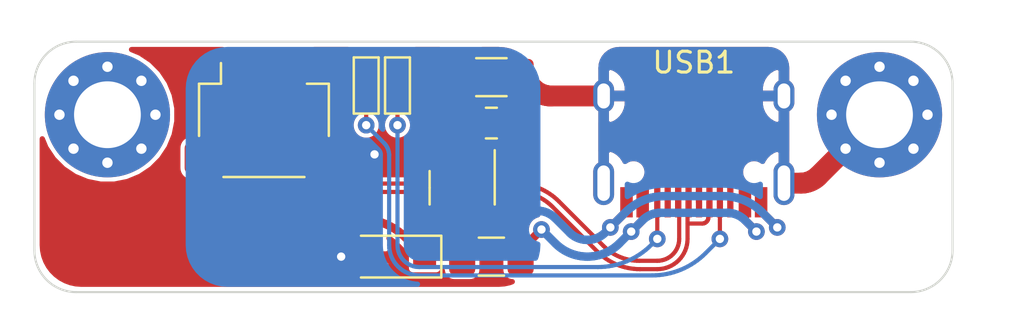
<source format=kicad_pcb>
(kicad_pcb (version 20171130) (host pcbnew "(5.1.4)-1")

  (general
    (thickness 1.6)
    (drawings 8)
    (tracks 679)
    (zones 0)
    (modules 11)
    (nets 9)
  )

  (page A4)
  (layers
    (0 F.Cu signal)
    (31 B.Cu signal)
    (32 B.Adhes user)
    (33 F.Adhes user)
    (34 B.Paste user)
    (35 F.Paste user)
    (36 B.SilkS user)
    (37 F.SilkS user)
    (38 B.Mask user)
    (39 F.Mask user)
    (40 Dwgs.User user)
    (41 Cmts.User user)
    (42 Eco1.User user)
    (43 Eco2.User user)
    (44 Edge.Cuts user)
    (45 Margin user)
    (46 B.CrtYd user)
    (47 F.CrtYd user)
    (48 B.Fab user)
    (49 F.Fab user)
  )

  (setup
    (last_trace_width 0.2)
    (user_trace_width 1)
    (trace_clearance 0.18)
    (zone_clearance 0.2)
    (zone_45_only no)
    (trace_min 0.2)
    (via_size 0.8)
    (via_drill 0.4)
    (via_min_size 0.4)
    (via_min_drill 0.3)
    (uvia_size 0.3)
    (uvia_drill 0.1)
    (uvias_allowed no)
    (uvia_min_size 0.2)
    (uvia_min_drill 0.1)
    (edge_width 0.15)
    (segment_width 0.2)
    (pcb_text_width 0.3)
    (pcb_text_size 1.5 1.5)
    (mod_edge_width 0.12)
    (mod_text_size 1 1)
    (mod_text_width 0.15)
    (pad_size 8 8)
    (pad_drill 4.3)
    (pad_to_mask_clearance 0.051)
    (solder_mask_min_width 0.25)
    (aux_axis_origin 0 0)
    (visible_elements 7FFFFFFF)
    (pcbplotparams
      (layerselection 0x010f0_ffffffff)
      (usegerberextensions false)
      (usegerberattributes false)
      (usegerberadvancedattributes false)
      (creategerberjobfile false)
      (excludeedgelayer true)
      (linewidth 0.100000)
      (plotframeref false)
      (viasonmask false)
      (mode 1)
      (useauxorigin false)
      (hpglpennumber 1)
      (hpglpenspeed 20)
      (hpglpendiameter 15.000000)
      (psnegative false)
      (psa4output false)
      (plotreference true)
      (plotvalue true)
      (plotinvisibletext false)
      (padsonsilk false)
      (subtractmaskfromsilk true)
      (outputformat 1)
      (mirror false)
      (drillshape 0)
      (scaleselection 1)
      (outputdirectory "gerbers/"))
  )

  (net 0 "")
  (net 1 GND)
  (net 2 SHIELD)
  (net 3 VBUS)
  (net 4 +5V)
  (net 5 "Net-(R1-Pad2)")
  (net 6 "Net-(R2-Pad2)")
  (net 7 D+)
  (net 8 D-)

  (net_class Default "This is the default net class."
    (clearance 0.18)
    (trace_width 0.2)
    (via_dia 0.8)
    (via_drill 0.4)
    (uvia_dia 0.3)
    (uvia_drill 0.1)
    (diff_pair_width 0.2)
    (diff_pair_gap 0.2)
    (add_net D+)
    (add_net D-)
    (add_net "Net-(R1-Pad2)")
    (add_net "Net-(R2-Pad2)")
  )

  (net_class Power ""
    (clearance 0.18)
    (trace_width 0.4)
    (via_dia 0.8)
    (via_drill 0.4)
    (uvia_dia 0.3)
    (uvia_drill 0.1)
    (diff_pair_width 0.4)
    (diff_pair_gap 0.2)
    (add_net +5V)
    (add_net GND)
    (add_net SHIELD)
    (add_net VBUS)
  )

  (module Diode_SMD:D_SOD-123F (layer F.Cu) (tedit 587F7769) (tstamp 613DB516)
    (at 85.7 110.3 180)
    (descr D_SOD-123F)
    (tags D_SOD-123F)
    (path /604674B7)
    (attr smd)
    (fp_text reference D1 (at 3.7 0) (layer F.SilkS) hide
      (effects (font (size 1 1) (thickness 0.15)))
    )
    (fp_text value D_TVS (at 0 2.1) (layer F.Fab)
      (effects (font (size 1 1) (thickness 0.15)))
    )
    (fp_text user %R (at -0.127 -1.905) (layer F.Fab)
      (effects (font (size 1 1) (thickness 0.15)))
    )
    (fp_line (start -2.2 -1) (end -2.2 1) (layer F.SilkS) (width 0.12))
    (fp_line (start 0.25 0) (end 0.75 0) (layer F.Fab) (width 0.1))
    (fp_line (start 0.25 0.4) (end -0.35 0) (layer F.Fab) (width 0.1))
    (fp_line (start 0.25 -0.4) (end 0.25 0.4) (layer F.Fab) (width 0.1))
    (fp_line (start -0.35 0) (end 0.25 -0.4) (layer F.Fab) (width 0.1))
    (fp_line (start -0.35 0) (end -0.35 0.55) (layer F.Fab) (width 0.1))
    (fp_line (start -0.35 0) (end -0.35 -0.55) (layer F.Fab) (width 0.1))
    (fp_line (start -0.75 0) (end -0.35 0) (layer F.Fab) (width 0.1))
    (fp_line (start -1.4 0.9) (end -1.4 -0.9) (layer F.Fab) (width 0.1))
    (fp_line (start 1.4 0.9) (end -1.4 0.9) (layer F.Fab) (width 0.1))
    (fp_line (start 1.4 -0.9) (end 1.4 0.9) (layer F.Fab) (width 0.1))
    (fp_line (start -1.4 -0.9) (end 1.4 -0.9) (layer F.Fab) (width 0.1))
    (fp_line (start -2.2 -1.15) (end 2.2 -1.15) (layer F.CrtYd) (width 0.05))
    (fp_line (start 2.2 -1.15) (end 2.2 1.15) (layer F.CrtYd) (width 0.05))
    (fp_line (start 2.2 1.15) (end -2.2 1.15) (layer F.CrtYd) (width 0.05))
    (fp_line (start -2.2 -1.15) (end -2.2 1.15) (layer F.CrtYd) (width 0.05))
    (fp_line (start -2.2 1) (end 1.65 1) (layer F.SilkS) (width 0.12))
    (fp_line (start -2.2 -1) (end 1.65 -1) (layer F.SilkS) (width 0.12))
    (pad 1 smd rect (at -1.4 0 180) (size 1.1 1.1) (layers F.Cu F.Paste F.Mask)
      (net 4 +5V))
    (pad 2 smd rect (at 1.4 0 180) (size 1.1 1.1) (layers F.Cu F.Paste F.Mask)
      (net 1 GND))
    (model ${KISYS3DMOD}/Diode_SMD.3dshapes/D_SOD-123F.wrl
      (at (xyz 0 0 0))
      (scale (xyz 1 1 1))
      (rotate (xyz 0 0 0))
    )
  )

  (module Type-C:HRO-TYPE-C-31-M-12-Assembly (layer F.Cu) (tedit 5E3A7DF4) (tstamp 616024F8)
    (at 100 100 180)
    (path /5FEAF32E)
    (attr smd)
    (fp_text reference USB1 (at 0 -1) (layer F.SilkS)
      (effects (font (size 1 1) (thickness 0.15)))
    )
    (fp_text value HRO-TYPE-C-31-M-14 (at 0 1.15) (layer Dwgs.User)
      (effects (font (size 1 1) (thickness 0.15)))
    )
    (fp_line (start -4.47 -7.3) (end 4.47 -7.3) (layer Dwgs.User) (width 0.15))
    (fp_line (start 4.47 0) (end 4.47 -7.3) (layer Dwgs.User) (width 0.15))
    (fp_line (start -4.47 0) (end -4.47 -7.3) (layer Dwgs.User) (width 0.15))
    (fp_line (start -4.47 0) (end 4.47 0) (layer Dwgs.User) (width 0.15))
    (fp_text user %R (at 0 -9.25) (layer F.Fab)
      (effects (font (size 1 1) (thickness 0.15)))
    )
    (fp_line (start -4.5 -7.5) (end 4.5 -7.5) (layer F.CrtYd) (width 0.15))
    (fp_line (start 4.5 -7.5) (end 4.5 0) (layer F.CrtYd) (width 0.15))
    (fp_line (start 4.5 0) (end -4.5 0) (layer F.CrtYd) (width 0.15))
    (fp_line (start -4.5 0) (end -4.5 -7.5) (layer F.CrtYd) (width 0.15))
    (fp_line (start -3.75 -7.5) (end -3.75 -8.5) (layer F.CrtYd) (width 0.15))
    (fp_line (start -3.75 -8.5) (end 3.75 -8.5) (layer F.CrtYd) (width 0.15))
    (fp_line (start 3.75 -8.5) (end 3.75 -7.5) (layer F.CrtYd) (width 0.15))
    (pad 13 thru_hole oval (at 4.32 -2.6 180) (size 1 1.6) (drill oval 0.6 1.2) (layers *.Cu *.Mask)
      (net 2 SHIELD))
    (pad 13 thru_hole oval (at -4.32 -2.6 180) (size 1 1.6) (drill oval 0.6 1.2) (layers *.Cu *.Mask)
      (net 2 SHIELD))
    (pad 13 thru_hole oval (at 4.32 -6.78 180) (size 1 2.1) (drill oval 0.6 1.7) (layers *.Cu *.Mask)
      (net 2 SHIELD))
    (pad 13 thru_hole oval (at -4.32 -6.78 180) (size 1 2.1) (drill oval 0.6 1.7) (layers *.Cu *.Mask)
      (net 2 SHIELD))
    (pad "" np_thru_hole circle (at -2.89 -6.25 180) (size 0.65 0.65) (drill 0.65) (layers *.Cu *.Mask))
    (pad "" np_thru_hole circle (at 2.89 -6.25 180) (size 0.65 0.65) (drill 0.65) (layers *.Cu *.Mask))
    (pad 6 smd rect (at -0.25 -7.695 180) (size 0.3 1.45) (layers F.Cu F.Paste F.Mask)
      (net 7 D+))
    (pad 7 smd rect (at 0.25 -7.695 180) (size 0.3 1.45) (layers F.Cu F.Paste F.Mask)
      (net 8 D-))
    (pad 8 smd rect (at 0.75 -7.695 180) (size 0.3 1.45) (layers F.Cu F.Paste F.Mask)
      (net 7 D+))
    (pad 5 smd rect (at -0.75 -7.695 180) (size 0.3 1.45) (layers F.Cu F.Paste F.Mask)
      (net 8 D-))
    (pad 9 smd rect (at 1.25 -7.695 180) (size 0.3 1.45) (layers F.Cu F.Paste F.Mask))
    (pad 4 smd rect (at -1.25 -7.695 180) (size 0.3 1.45) (layers F.Cu F.Paste F.Mask)
      (net 5 "Net-(R1-Pad2)"))
    (pad 10 smd rect (at 1.75 -7.695 180) (size 0.3 1.45) (layers F.Cu F.Paste F.Mask)
      (net 6 "Net-(R2-Pad2)"))
    (pad 3 smd rect (at -1.75 -7.695 180) (size 0.3 1.45) (layers F.Cu F.Paste F.Mask))
    (pad 2 smd rect (at -2.45 -7.695 180) (size 0.6 1.45) (layers F.Cu F.Paste F.Mask)
      (net 3 VBUS))
    (pad 11 smd rect (at 2.45 -7.695 180) (size 0.6 1.45) (layers F.Cu F.Paste F.Mask)
      (net 3 VBUS))
    (pad 1 smd rect (at -3.225 -7.695 180) (size 0.6 1.45) (layers F.Cu F.Paste F.Mask)
      (net 1 GND))
    (pad 12 smd rect (at 3.225 -7.695 180) (size 0.6 1.45) (layers F.Cu F.Paste F.Mask)
      (net 1 GND))
    (model "C:/Users/Chris/Google Drive/Sync Drive/KiCad/libs/Type-C.pretty/HRO  TYPE-C-31-M-12.step"
      (offset (xyz -4.47 0 0))
      (scale (xyz 1 1 1))
      (rotate (xyz 90 180 180))
    )
  )

  (module Package_TO_SOT_SMD:SOT-23-6 (layer F.Cu) (tedit 5F6F9B37) (tstamp 613DB5AD)
    (at 88.9 107 270)
    (descr "SOT, 6 Pin (https://www.jedec.org/sites/default/files/docs/Mo-178c.PDF variant AB), generated with kicad-footprint-generator ipc_gullwing_generator.py")
    (tags "SOT TO_SOT_SMD")
    (path /5FEAF7BF)
    (attr smd)
    (fp_text reference U1 (at -1.2 -2.4 90) (layer F.SilkS) hide
      (effects (font (size 1 1) (thickness 0.15)))
    )
    (fp_text value SRV05-4 (at 0 2.4 90) (layer F.Fab)
      (effects (font (size 1 1) (thickness 0.15)))
    )
    (fp_line (start 0 1.56) (end 0.8 1.56) (layer F.SilkS) (width 0.12))
    (fp_line (start 0 1.56) (end -0.8 1.56) (layer F.SilkS) (width 0.12))
    (fp_line (start 0 -1.56) (end 0.8 -1.56) (layer F.SilkS) (width 0.12))
    (fp_line (start 0 -1.56) (end -1.8 -1.56) (layer F.SilkS) (width 0.12))
    (fp_line (start -0.4 -1.45) (end 0.8 -1.45) (layer F.Fab) (width 0.1))
    (fp_line (start 0.8 -1.45) (end 0.8 1.45) (layer F.Fab) (width 0.1))
    (fp_line (start 0.8 1.45) (end -0.8 1.45) (layer F.Fab) (width 0.1))
    (fp_line (start -0.8 1.45) (end -0.8 -1.05) (layer F.Fab) (width 0.1))
    (fp_line (start -0.8 -1.05) (end -0.4 -1.45) (layer F.Fab) (width 0.1))
    (fp_line (start -2.05 -1.7) (end -2.05 1.7) (layer F.CrtYd) (width 0.05))
    (fp_line (start -2.05 1.7) (end 2.05 1.7) (layer F.CrtYd) (width 0.05))
    (fp_line (start 2.05 1.7) (end 2.05 -1.7) (layer F.CrtYd) (width 0.05))
    (fp_line (start 2.05 -1.7) (end -2.05 -1.7) (layer F.CrtYd) (width 0.05))
    (fp_text user %R (at 0 0 90) (layer F.Fab)
      (effects (font (size 0.4 0.4) (thickness 0.06)))
    )
    (pad 1 smd roundrect (at -1.1375 -0.95 270) (size 1.325 0.6) (layers F.Cu F.Paste F.Mask) (roundrect_rratio 0.25))
    (pad 2 smd roundrect (at -1.1375 0 270) (size 1.325 0.6) (layers F.Cu F.Paste F.Mask) (roundrect_rratio 0.25)
      (net 1 GND))
    (pad 3 smd roundrect (at -1.1375 0.95 270) (size 1.325 0.6) (layers F.Cu F.Paste F.Mask) (roundrect_rratio 0.25)
      (net 7 D+))
    (pad 4 smd roundrect (at 1.1375 0.95 270) (size 1.325 0.6) (layers F.Cu F.Paste F.Mask) (roundrect_rratio 0.25)
      (net 8 D-))
    (pad 5 smd roundrect (at 1.1375 0 270) (size 1.325 0.6) (layers F.Cu F.Paste F.Mask) (roundrect_rratio 0.25)
      (net 4 +5V))
    (pad 6 smd roundrect (at 1.1375 -0.95 270) (size 1.325 0.6) (layers F.Cu F.Paste F.Mask) (roundrect_rratio 0.25))
    (model ${KISYS3DMOD}/Package_TO_SOT_SMD.3dshapes/SOT-23-6.wrl
      (at (xyz 0 0 0))
      (scale (xyz 1 1 1))
      (rotate (xyz 0 0 0))
    )
  )

  (module Resistor_SMD:R_1206_3216Metric (layer F.Cu) (tedit 5F68FEEE) (tstamp 6141F6CF)
    (at 90.3 101.7 180)
    (descr "Resistor SMD 1206 (3216 Metric), square (rectangular) end terminal, IPC_7351 nominal, (Body size source: IPC-SM-782 page 72, https://www.pcb-3d.com/wordpress/wp-content/uploads/ipc-sm-782a_amendment_1_and_2.pdf), generated with kicad-footprint-generator")
    (tags resistor)
    (path /5FEB31E8)
    (attr smd)
    (fp_text reference R3 (at 0 -1.82) (layer F.SilkS) hide
      (effects (font (size 1 1) (thickness 0.15)))
    )
    (fp_text value 1M (at 0 1.82) (layer F.Fab)
      (effects (font (size 1 1) (thickness 0.15)))
    )
    (fp_line (start -1.6 0.8) (end -1.6 -0.8) (layer F.Fab) (width 0.1))
    (fp_line (start -1.6 -0.8) (end 1.6 -0.8) (layer F.Fab) (width 0.1))
    (fp_line (start 1.6 -0.8) (end 1.6 0.8) (layer F.Fab) (width 0.1))
    (fp_line (start 1.6 0.8) (end -1.6 0.8) (layer F.Fab) (width 0.1))
    (fp_line (start -0.727064 -0.91) (end 0.727064 -0.91) (layer F.SilkS) (width 0.12))
    (fp_line (start -0.727064 0.91) (end 0.727064 0.91) (layer F.SilkS) (width 0.12))
    (fp_line (start -2.28 1.12) (end -2.28 -1.12) (layer F.CrtYd) (width 0.05))
    (fp_line (start -2.28 -1.12) (end 2.28 -1.12) (layer F.CrtYd) (width 0.05))
    (fp_line (start 2.28 -1.12) (end 2.28 1.12) (layer F.CrtYd) (width 0.05))
    (fp_line (start 2.28 1.12) (end -2.28 1.12) (layer F.CrtYd) (width 0.05))
    (fp_text user %R (at 0 0) (layer F.Fab)
      (effects (font (size 0.8 0.8) (thickness 0.12)))
    )
    (pad 1 smd roundrect (at -1.4625 0 180) (size 1.125 1.75) (layers F.Cu F.Paste F.Mask) (roundrect_rratio 0.222222)
      (net 2 SHIELD))
    (pad 2 smd roundrect (at 1.4625 0 180) (size 1.125 1.75) (layers F.Cu F.Paste F.Mask) (roundrect_rratio 0.222222)
      (net 1 GND))
    (model ${KISYS3DMOD}/Resistor_SMD.3dshapes/R_1206_3216Metric.wrl
      (at (xyz 0 0 0))
      (scale (xyz 1 1 1))
      (rotate (xyz 0 0 0))
    )
  )

  (module Resistor_SMD:R_0603_1608Metric (layer F.Cu) (tedit 6038ED34) (tstamp 613DB584)
    (at 85.8 102.1 270)
    (descr "Resistor SMD 0603 (1608 Metric), square (rectangular) end terminal, IPC_7351 nominal, (Body size source: IPC-SM-782 page 72, https://www.pcb-3d.com/wordpress/wp-content/uploads/ipc-sm-782a_amendment_1_and_2.pdf), generated with kicad-footprint-generator")
    (tags resistor)
    (path /5FEB5827)
    (attr smd)
    (fp_text reference R2 (at 0 -1.43 90) (layer F.SilkS) hide
      (effects (font (size 1 1) (thickness 0.15)))
    )
    (fp_text value 5.1K (at 0 1.43 90) (layer F.Fab)
      (effects (font (size 1 1) (thickness 0.15)))
    )
    (fp_line (start -0.8 0.4125) (end -0.8 -0.4125) (layer F.Fab) (width 0.1))
    (fp_line (start -0.8 -0.4125) (end 0.8 -0.4125) (layer F.Fab) (width 0.1))
    (fp_line (start 0.8 -0.4125) (end 0.8 0.4125) (layer F.Fab) (width 0.1))
    (fp_line (start 0.8 0.4125) (end -0.8 0.4125) (layer F.Fab) (width 0.1))
    (fp_line (start -1.345 -0.595) (end 1.345 -0.595) (layer F.SilkS) (width 0.12))
    (fp_line (start -1.345 0.595) (end 1.345 0.595) (layer F.SilkS) (width 0.12))
    (fp_line (start -1.48 0.73) (end -1.48 -0.73) (layer F.CrtYd) (width 0.05))
    (fp_line (start -1.48 -0.73) (end 1.48 -0.73) (layer F.CrtYd) (width 0.05))
    (fp_line (start 1.48 -0.73) (end 1.48 0.73) (layer F.CrtYd) (width 0.05))
    (fp_line (start 1.48 0.73) (end -1.48 0.73) (layer F.CrtYd) (width 0.05))
    (fp_text user %R (at 0 0 90) (layer F.Fab)
      (effects (font (size 0.4 0.4) (thickness 0.06)))
    )
    (fp_line (start -1.345 -0.595) (end -1.345 0.595) (layer F.SilkS) (width 0.12))
    (fp_line (start 1.345 -0.595) (end 1.345 0.595) (layer F.SilkS) (width 0.12))
    (pad 1 smd roundrect (at -0.825 0 270) (size 0.8 0.95) (layers F.Cu F.Paste F.Mask) (roundrect_rratio 0.25)
      (net 1 GND))
    (pad 2 smd roundrect (at 0.825 0 270) (size 0.8 0.95) (layers F.Cu F.Paste F.Mask) (roundrect_rratio 0.25)
      (net 6 "Net-(R2-Pad2)"))
    (model ${KISYS3DMOD}/Resistor_SMD.3dshapes/R_0603_1608Metric.wrl
      (at (xyz 0 0 0))
      (scale (xyz 1 1 1))
      (rotate (xyz 0 0 0))
    )
  )

  (module Resistor_SMD:R_0603_1608Metric (layer F.Cu) (tedit 6038ED34) (tstamp 613DB571)
    (at 84.3 102.1 270)
    (descr "Resistor SMD 0603 (1608 Metric), square (rectangular) end terminal, IPC_7351 nominal, (Body size source: IPC-SM-782 page 72, https://www.pcb-3d.com/wordpress/wp-content/uploads/ipc-sm-782a_amendment_1_and_2.pdf), generated with kicad-footprint-generator")
    (tags resistor)
    (path /5FEB0819)
    (attr smd)
    (fp_text reference R1 (at 0 -1.43 90) (layer F.SilkS) hide
      (effects (font (size 1 1) (thickness 0.15)))
    )
    (fp_text value 5.1K (at 0 1.43 90) (layer F.Fab)
      (effects (font (size 1 1) (thickness 0.15)))
    )
    (fp_line (start -0.8 0.4125) (end -0.8 -0.4125) (layer F.Fab) (width 0.1))
    (fp_line (start -0.8 -0.4125) (end 0.8 -0.4125) (layer F.Fab) (width 0.1))
    (fp_line (start 0.8 -0.4125) (end 0.8 0.4125) (layer F.Fab) (width 0.1))
    (fp_line (start 0.8 0.4125) (end -0.8 0.4125) (layer F.Fab) (width 0.1))
    (fp_line (start -1.345 -0.595) (end 1.345 -0.595) (layer F.SilkS) (width 0.12))
    (fp_line (start -1.345 0.595) (end 1.345 0.595) (layer F.SilkS) (width 0.12))
    (fp_line (start -1.48 0.73) (end -1.48 -0.73) (layer F.CrtYd) (width 0.05))
    (fp_line (start -1.48 -0.73) (end 1.48 -0.73) (layer F.CrtYd) (width 0.05))
    (fp_line (start 1.48 -0.73) (end 1.48 0.73) (layer F.CrtYd) (width 0.05))
    (fp_line (start 1.48 0.73) (end -1.48 0.73) (layer F.CrtYd) (width 0.05))
    (fp_text user %R (at 0 0 90) (layer F.Fab)
      (effects (font (size 0.4 0.4) (thickness 0.06)))
    )
    (fp_line (start -1.345 -0.595) (end -1.345 0.595) (layer F.SilkS) (width 0.12))
    (fp_line (start 1.345 -0.595) (end 1.345 0.595) (layer F.SilkS) (width 0.12))
    (pad 1 smd roundrect (at -0.825 0 270) (size 0.8 0.95) (layers F.Cu F.Paste F.Mask) (roundrect_rratio 0.25)
      (net 1 GND))
    (pad 2 smd roundrect (at 0.825 0 270) (size 0.8 0.95) (layers F.Cu F.Paste F.Mask) (roundrect_rratio 0.25)
      (net 5 "Net-(R1-Pad2)"))
    (model ${KISYS3DMOD}/Resistor_SMD.3dshapes/R_0603_1608Metric.wrl
      (at (xyz 0 0 0))
      (scale (xyz 1 1 1))
      (rotate (xyz 0 0 0))
    )
  )

  (module crokto:JST_SH_SM04B-SRSS-TB_1x04-1MP_P1.00mm_Horizontal (layer F.Cu) (tedit 60586012) (tstamp 614341AC)
    (at 79.4 103.8)
    (descr "JST SH series connector, SM04B-SRSS-TB (http://www.jst-mfg.com/product/pdf/eng/eSH.pdf), generated with kicad-footprint-generator")
    (tags "connector JST SH top entry")
    (path /5FEC6F34)
    (attr smd)
    (fp_text reference J1 (at 0 -3.98) (layer F.SilkS) hide
      (effects (font (size 1 1) (thickness 0.15)))
    )
    (fp_text value JST_SH_SM04B-SRSS-TB_1x04 (at 0 3.98) (layer F.Fab)
      (effects (font (size 1 1) (thickness 0.15)))
    )
    (fp_text user %R (at 0 0) (layer F.Fab)
      (effects (font (size 1 1) (thickness 0.15)))
    )
    (fp_line (start -3 -1.675) (end 3 -1.675) (layer F.Fab) (width 0.1))
    (fp_line (start -3.11 0.715) (end -3.11 -1.785) (layer F.SilkS) (width 0.12))
    (fp_line (start -3.11 -1.785) (end -2.06 -1.785) (layer F.SilkS) (width 0.12))
    (fp_line (start -2.06 -1.785) (end -2.06 -2.775) (layer F.SilkS) (width 0.12))
    (fp_line (start 3.11 0.715) (end 3.11 -1.785) (layer F.SilkS) (width 0.12))
    (fp_line (start 3.11 -1.785) (end 2.06 -1.785) (layer F.SilkS) (width 0.12))
    (fp_line (start -1.94 2.685) (end 1.94 2.685) (layer F.SilkS) (width 0.12))
    (fp_line (start -3 2.575) (end 3 2.575) (layer F.Fab) (width 0.1))
    (fp_line (start -3 -1.675) (end -3 2.575) (layer F.Fab) (width 0.1))
    (fp_line (start 3 -1.675) (end 3 2.575) (layer F.Fab) (width 0.1))
    (fp_line (start -3.9 -3.28) (end -3.9 3.28) (layer F.CrtYd) (width 0.05))
    (fp_line (start -3.9 3.28) (end 3.9 3.28) (layer F.CrtYd) (width 0.05))
    (fp_line (start 3.9 3.28) (end 3.9 -3.28) (layer F.CrtYd) (width 0.05))
    (fp_line (start 3.9 -3.28) (end -3.9 -3.28) (layer F.CrtYd) (width 0.05))
    (fp_line (start -2 -1.675) (end -1.5 -0.967893) (layer F.Fab) (width 0.1))
    (fp_line (start -1.5 -0.967893) (end -1 -1.675) (layer F.Fab) (width 0.1))
    (pad 1 smd roundrect (at -1.5 -2.225) (size 0.6 2) (layers F.Cu F.Paste F.Mask) (roundrect_rratio 0.25)
      (net 4 +5V))
    (pad 2 smd roundrect (at -0.5 -2.225) (size 0.6 2) (layers F.Cu F.Paste F.Mask) (roundrect_rratio 0.25)
      (net 8 D-))
    (pad 3 smd roundrect (at 0.5 -2.225) (size 0.6 2) (layers F.Cu F.Paste F.Mask) (roundrect_rratio 0.25)
      (net 7 D+))
    (pad 4 smd roundrect (at 1.5 -2.225) (size 0.6 2) (layers F.Cu F.Paste F.Mask) (roundrect_rratio 0.25)
      (net 1 GND))
    (pad MP smd roundrect (at -3 1.775) (size 1.6 1.6) (layers F.Cu F.Paste F.Mask) (roundrect_rratio 0.2))
    (pad MP smd roundrect (at 3 1.775) (size 1.6 1.6) (layers F.Cu F.Paste F.Mask) (roundrect_rratio 0.2))
    (model C:/Users/Chris/Documents/GitHub/squatterboard/dboard/libs/crokto.pretty/SM04B-SRSS-TB.STEP
      (offset (xyz 0 1.3 -0.305))
      (scale (xyz 1 1 1))
      (rotate (xyz -90 0 0))
    )
  )

  (module crokto:M3_Via_Hole (layer F.Cu) (tedit 6046217B) (tstamp 613DB543)
    (at 108.9 103.5)
    (descr "Mounting Hole 3.2mm, M3")
    (tags "mounting hole 3.2mm m3")
    (path /5FEB1045)
    (attr virtual)
    (fp_text reference H2 (at 0 -4.2) (layer F.SilkS) hide
      (effects (font (size 1 1) (thickness 0.15)))
    )
    (fp_text value MountingHole_Pad (at 0 4.2) (layer F.Fab)
      (effects (font (size 1 1) (thickness 0.15)))
    )
    (fp_circle (center 0 0) (end 3.3 0) (layer F.CrtYd) (width 0.1))
    (pad 1 thru_hole circle (at 0 0) (size 6 6) (drill 3.2) (layers *.Cu *.Mask)
      (net 2 SHIELD))
    (pad 1 thru_hole circle (at 2.3 0) (size 0.8 0.8) (drill 0.5) (layers *.Cu F.Mask)
      (net 2 SHIELD))
    (pad 1 thru_hole circle (at 1.626346 1.626346) (size 0.8 0.8) (drill 0.5) (layers *.Cu F.Mask)
      (net 2 SHIELD))
    (pad 1 thru_hole circle (at 0 2.3) (size 0.8 0.8) (drill 0.5) (layers *.Cu F.Mask)
      (net 2 SHIELD))
    (pad 1 thru_hole circle (at -1.626346 1.626346) (size 0.8 0.8) (drill 0.5) (layers *.Cu F.Mask)
      (net 2 SHIELD))
    (pad 1 thru_hole circle (at -2.3 0) (size 0.8 0.8) (drill 0.5) (layers *.Cu F.Mask)
      (net 2 SHIELD))
    (pad 1 thru_hole circle (at -1.626346 -1.626346) (size 0.8 0.8) (drill 0.5) (layers *.Cu F.Mask)
      (net 2 SHIELD))
    (pad 1 thru_hole circle (at 0 -2.3) (size 0.8 0.8) (drill 0.5) (layers *.Cu F.Mask)
      (net 2 SHIELD))
    (pad 1 thru_hole circle (at 1.626346 -1.626346) (size 0.8 0.8) (drill 0.5) (layers *.Cu F.Mask)
      (net 2 SHIELD))
  )

  (module crokto:M3_Via_Hole_NC (layer F.Cu) (tedit 5EC84040) (tstamp 6141D063)
    (at 71.9 103.5)
    (descr "Mounting Hole 3.2mm, M3")
    (tags "mounting hole 3.2mm m3")
    (path /5FEB1323)
    (attr virtual)
    (fp_text reference H1 (at 0 -4.2) (layer F.SilkS) hide
      (effects (font (size 1 1) (thickness 0.15)))
    )
    (fp_text value MountingHole (at 0 4.2) (layer F.Fab)
      (effects (font (size 1 1) (thickness 0.15)))
    )
    (fp_circle (center 0 0) (end 3.3 0) (layer F.CrtYd) (width 0.1))
    (pad 1 thru_hole circle (at 0 0) (size 6 6) (drill 3.2) (layers *.Cu F.Mask))
    (pad 1 thru_hole circle (at 2.3 0) (size 0.8 0.8) (drill 0.5) (layers *.Cu F.Mask))
    (pad 1 thru_hole circle (at 1.626346 1.626346) (size 0.8 0.8) (drill 0.5) (layers *.Cu F.Mask))
    (pad 1 thru_hole circle (at 0 2.3) (size 0.8 0.8) (drill 0.5) (layers *.Cu F.Mask))
    (pad 1 thru_hole circle (at -1.626346 1.626346) (size 0.8 0.8) (drill 0.5) (layers *.Cu F.Mask))
    (pad 1 thru_hole circle (at -2.3 0) (size 0.8 0.8) (drill 0.5) (layers *.Cu F.Mask))
    (pad 1 thru_hole circle (at -1.626346 -1.626346) (size 0.8 0.8) (drill 0.5) (layers *.Cu F.Mask))
    (pad 1 thru_hole circle (at 0 -2.3) (size 0.8 0.8) (drill 0.5) (layers *.Cu F.Mask))
    (pad 1 thru_hole circle (at 1.626346 -1.626346) (size 0.8 0.8) (drill 0.5) (layers *.Cu F.Mask))
  )

  (module Fuse:Fuse_1206_3216Metric (layer F.Cu) (tedit 5F68FEF1) (tstamp 6141B20D)
    (at 90.3 110.3)
    (descr "Fuse SMD 1206 (3216 Metric), square (rectangular) end terminal, IPC_7351 nominal, (Body size source: http://www.tortai-tech.com/upload/download/2011102023233369053.pdf), generated with kicad-footprint-generator")
    (tags fuse)
    (path /5FEB003C)
    (attr smd)
    (fp_text reference F1 (at 3.1 0) (layer F.SilkS) hide
      (effects (font (size 1 1) (thickness 0.15)))
    )
    (fp_text value 500mA (at 0 1.82) (layer F.Fab)
      (effects (font (size 1 1) (thickness 0.15)))
    )
    (fp_line (start -1.6 0.8) (end -1.6 -0.8) (layer F.Fab) (width 0.1))
    (fp_line (start -1.6 -0.8) (end 1.6 -0.8) (layer F.Fab) (width 0.1))
    (fp_line (start 1.6 -0.8) (end 1.6 0.8) (layer F.Fab) (width 0.1))
    (fp_line (start 1.6 0.8) (end -1.6 0.8) (layer F.Fab) (width 0.1))
    (fp_line (start -0.602064 -0.91) (end 0.602064 -0.91) (layer F.SilkS) (width 0.12))
    (fp_line (start -0.602064 0.91) (end 0.602064 0.91) (layer F.SilkS) (width 0.12))
    (fp_line (start -2.28 1.12) (end -2.28 -1.12) (layer F.CrtYd) (width 0.05))
    (fp_line (start -2.28 -1.12) (end 2.28 -1.12) (layer F.CrtYd) (width 0.05))
    (fp_line (start 2.28 -1.12) (end 2.28 1.12) (layer F.CrtYd) (width 0.05))
    (fp_line (start 2.28 1.12) (end -2.28 1.12) (layer F.CrtYd) (width 0.05))
    (fp_text user %R (at 0 0) (layer F.Fab)
      (effects (font (size 0.8 0.8) (thickness 0.12)))
    )
    (pad 1 smd roundrect (at -1.4 0) (size 1.25 1.75) (layers F.Cu F.Paste F.Mask) (roundrect_rratio 0.2)
      (net 4 +5V))
    (pad 2 smd roundrect (at 1.4 0) (size 1.25 1.75) (layers F.Cu F.Paste F.Mask) (roundrect_rratio 0.2)
      (net 3 VBUS))
    (model ${KISYS3DMOD}/Fuse.3dshapes/Fuse_1206_3216Metric.wrl
      (at (xyz 0 0 0))
      (scale (xyz 1 1 1))
      (rotate (xyz 0 0 0))
    )
  )

  (module Capacitor_SMD:C_0805_2012Metric (layer F.Cu) (tedit 5F68FEEE) (tstamp 613DB4FD)
    (at 90.3 103.9 180)
    (descr "Capacitor SMD 0805 (2012 Metric), square (rectangular) end terminal, IPC_7351 nominal, (Body size source: IPC-SM-782 page 76, https://www.pcb-3d.com/wordpress/wp-content/uploads/ipc-sm-782a_amendment_1_and_2.pdf, https://docs.google.com/spreadsheets/d/1BsfQQcO9C6DZCsRaXUlFlo91Tg2WpOkGARC1WS5S8t0/edit?usp=sharing), generated with kicad-footprint-generator")
    (tags capacitor)
    (path /5FEB0B27)
    (attr smd)
    (fp_text reference C1 (at 0 -1.68) (layer F.SilkS) hide
      (effects (font (size 1 1) (thickness 0.15)))
    )
    (fp_text value 470n (at 0 1.68) (layer F.Fab)
      (effects (font (size 1 1) (thickness 0.15)))
    )
    (fp_line (start -1 0.625) (end -1 -0.625) (layer F.Fab) (width 0.1))
    (fp_line (start -1 -0.625) (end 1 -0.625) (layer F.Fab) (width 0.1))
    (fp_line (start 1 -0.625) (end 1 0.625) (layer F.Fab) (width 0.1))
    (fp_line (start 1 0.625) (end -1 0.625) (layer F.Fab) (width 0.1))
    (fp_line (start -0.261252 -0.735) (end 0.261252 -0.735) (layer F.SilkS) (width 0.12))
    (fp_line (start -0.261252 0.735) (end 0.261252 0.735) (layer F.SilkS) (width 0.12))
    (fp_line (start -1.7 0.98) (end -1.7 -0.98) (layer F.CrtYd) (width 0.05))
    (fp_line (start -1.7 -0.98) (end 1.7 -0.98) (layer F.CrtYd) (width 0.05))
    (fp_line (start 1.7 -0.98) (end 1.7 0.98) (layer F.CrtYd) (width 0.05))
    (fp_line (start 1.7 0.98) (end -1.7 0.98) (layer F.CrtYd) (width 0.05))
    (fp_text user %R (at 0 0) (layer F.Fab)
      (effects (font (size 0.5 0.5) (thickness 0.08)))
    )
    (pad 1 smd roundrect (at -0.95 0 180) (size 1 1.45) (layers F.Cu F.Paste F.Mask) (roundrect_rratio 0.25)
      (net 2 SHIELD))
    (pad 2 smd roundrect (at 0.95 0 180) (size 1 1.45) (layers F.Cu F.Paste F.Mask) (roundrect_rratio 0.25)
      (net 1 GND))
    (model ${KISYS3DMOD}/Capacitor_SMD.3dshapes/C_0805_2012Metric.wrl
      (at (xyz 0 0 0))
      (scale (xyz 1 1 1))
      (rotate (xyz 0 0 0))
    )
  )

  (gr_line (start 110.4 112) (end 70.400001 112.000001) (layer Edge.Cuts) (width 0.1))
  (gr_arc (start 110.399999 110) (end 110.4 112) (angle -90) (layer Edge.Cuts) (width 0.1))
  (gr_line (start 112.4 102) (end 112.399999 110) (layer Edge.Cuts) (width 0.1) (tstamp 61602DCF))
  (gr_arc (start 110.4 102) (end 112.4 102) (angle -90) (layer Edge.Cuts) (width 0.1))
  (gr_line (start 70.4 100) (end 110.4 100) (layer Edge.Cuts) (width 0.1))
  (gr_arc (start 70.4 102) (end 70.4 100) (angle -90) (layer Edge.Cuts) (width 0.1))
  (gr_line (start 68.4 110) (end 68.4 102) (layer Edge.Cuts) (width 0.1))
  (gr_arc (start 70.400001 110) (end 68.4 110) (angle -90) (layer Edge.Cuts) (width 0.1))

  (segment (start 103.225 107.695) (end 103.225 108.125) (width 0.4) (layer F.Cu) (net 1))
  (via (at 104 108.9) (size 0.8) (drill 0.4) (layers F.Cu B.Cu) (net 1))
  (segment (start 103.225 108.125) (end 104 108.9) (width 0.4) (layer F.Cu) (net 1))
  (segment (start 96.775 107.695) (end 96.775 108.125) (width 0.4) (layer F.Cu) (net 1))
  (via (at 96 108.9) (size 0.8) (drill 0.4) (layers F.Cu B.Cu) (net 1))
  (segment (start 96.775 108.125) (end 96 108.9) (width 0.4) (layer F.Cu) (net 1))
  (segment (start 84.3 101.275) (end 85.8 101.275) (width 0.4) (layer F.Cu) (net 1))
  (via (at 84.7 105.4) (size 0.8) (drill 0.4) (layers F.Cu B.Cu) (net 1))
  (segment (start 94.9 109.5) (end 94.95923 109.498545) (width 0.4) (layer B.Cu) (net 1) (tstamp D9))
  (segment (start 94.95923 109.498545) (end 95.018318 109.494187) (width 0.4) (layer B.Cu) (net 1) (tstamp D9))
  (segment (start 95.018318 109.494187) (end 95.07712 109.486934) (width 0.4) (layer B.Cu) (net 1) (tstamp D9))
  (segment (start 95.07712 109.486934) (end 95.135496 109.476805) (width 0.4) (layer B.Cu) (net 1) (tstamp D9))
  (segment (start 95.135496 109.476805) (end 95.193304 109.463824) (width 0.4) (layer B.Cu) (net 1) (tstamp D9))
  (segment (start 95.193304 109.463824) (end 95.250405 109.448022) (width 0.4) (layer B.Cu) (net 1) (tstamp D9))
  (segment (start 95.250405 109.448022) (end 95.306663 109.429437) (width 0.4) (layer B.Cu) (net 1) (tstamp D9))
  (segment (start 95.306663 109.429437) (end 95.361941 109.408114) (width 0.4) (layer B.Cu) (net 1) (tstamp D9))
  (segment (start 95.361941 109.408114) (end 95.416106 109.384104) (width 0.4) (layer B.Cu) (net 1) (tstamp D9))
  (segment (start 95.416106 109.384104) (end 95.469027 109.357466) (width 0.4) (layer B.Cu) (net 1) (tstamp D9))
  (segment (start 95.469027 109.357466) (end 95.520578 109.328263) (width 0.4) (layer B.Cu) (net 1) (tstamp D9))
  (segment (start 95.520578 109.328263) (end 95.570634 109.296565) (width 0.4) (layer B.Cu) (net 1) (tstamp D9))
  (segment (start 95.570634 109.296565) (end 95.619074 109.26245) (width 0.4) (layer B.Cu) (net 1) (tstamp D9))
  (segment (start 95.619074 109.26245) (end 95.665782 109.225999) (width 0.4) (layer B.Cu) (net 1) (tstamp D9))
  (segment (start 95.665782 109.225999) (end 95.710645 109.1873) (width 0.4) (layer B.Cu) (net 1) (tstamp D9))
  (segment (start 95.710645 109.1873) (end 95.753554 109.146446) (width 0.4) (layer B.Cu) (net 1) (tstamp D9))
  (segment (start 95.753554 109.146446) (end 96 108.9) (width 0.4) (layer B.Cu) (net 1))
  (segment (start 94.046447 109.146446) (end 94.089358 109.187299) (width 0.4) (layer B.Cu) (net 1) (tstamp D9))
  (segment (start 94.089358 109.187299) (end 94.134221 109.225998) (width 0.4) (layer B.Cu) (net 1) (tstamp D9))
  (segment (start 94.134221 109.225998) (end 94.180928 109.262449) (width 0.4) (layer B.Cu) (net 1) (tstamp D9))
  (segment (start 94.180928 109.262449) (end 94.229368 109.296565) (width 0.4) (layer B.Cu) (net 1) (tstamp D9))
  (segment (start 94.229368 109.296565) (end 94.279424 109.328262) (width 0.4) (layer B.Cu) (net 1) (tstamp D9))
  (segment (start 94.279424 109.328262) (end 94.330975 109.357465) (width 0.4) (layer B.Cu) (net 1) (tstamp D9))
  (segment (start 94.330975 109.357465) (end 94.383896 109.384104) (width 0.4) (layer B.Cu) (net 1) (tstamp D9))
  (segment (start 94.383896 109.384104) (end 94.438061 109.408113) (width 0.4) (layer B.Cu) (net 1) (tstamp D9))
  (segment (start 94.438061 109.408113) (end 94.493339 109.429436) (width 0.4) (layer B.Cu) (net 1) (tstamp D9))
  (segment (start 94.493339 109.429436) (end 94.549596 109.448021) (width 0.4) (layer B.Cu) (net 1) (tstamp D9))
  (segment (start 94.549596 109.448021) (end 94.606698 109.463824) (width 0.4) (layer B.Cu) (net 1) (tstamp D9))
  (segment (start 94.606698 109.463824) (end 94.664506 109.476805) (width 0.4) (layer B.Cu) (net 1) (tstamp D9))
  (segment (start 94.664506 109.476805) (end 94.722881 109.486934) (width 0.4) (layer B.Cu) (net 1) (tstamp D9))
  (segment (start 94.722881 109.486934) (end 94.781683 109.494186) (width 0.4) (layer B.Cu) (net 1) (tstamp D9))
  (segment (start 94.781683 109.494186) (end 94.840771 109.498545) (width 0.4) (layer B.Cu) (net 1) (tstamp D9))
  (segment (start 94.840771 109.498545) (end 94.9 109.5) (width 0.4) (layer B.Cu) (net 1) (tstamp D9))
  (segment (start 92.5 108.1) (end 90.9 108.1) (width 0.4) (layer B.Cu) (net 1))
  (segment (start 92.5 108.1) (end 92.55923 108.101453) (width 0.4) (layer B.Cu) (net 1) (tstamp D9))
  (segment (start 92.55923 108.101453) (end 92.618318 108.105812) (width 0.4) (layer B.Cu) (net 1) (tstamp D9))
  (segment (start 92.618318 108.105812) (end 92.67712 108.113064) (width 0.4) (layer B.Cu) (net 1) (tstamp D9))
  (segment (start 92.67712 108.113064) (end 92.735496 108.123193) (width 0.4) (layer B.Cu) (net 1) (tstamp D9))
  (segment (start 92.735496 108.123193) (end 92.793304 108.136175) (width 0.4) (layer B.Cu) (net 1) (tstamp D9))
  (segment (start 92.793304 108.136175) (end 92.850405 108.151977) (width 0.4) (layer B.Cu) (net 1) (tstamp D9))
  (segment (start 92.850405 108.151977) (end 92.906663 108.170562) (width 0.4) (layer B.Cu) (net 1) (tstamp D9))
  (segment (start 92.906663 108.170562) (end 92.961941 108.191885) (width 0.4) (layer B.Cu) (net 1) (tstamp D9))
  (segment (start 92.961941 108.191885) (end 93.016106 108.215894) (width 0.4) (layer B.Cu) (net 1) (tstamp D9))
  (segment (start 93.016106 108.215894) (end 93.069027 108.242533) (width 0.4) (layer B.Cu) (net 1) (tstamp D9))
  (segment (start 93.069027 108.242533) (end 93.120578 108.271736) (width 0.4) (layer B.Cu) (net 1) (tstamp D9))
  (segment (start 93.120578 108.271736) (end 93.170634 108.303433) (width 0.4) (layer B.Cu) (net 1) (tstamp D9))
  (segment (start 93.170634 108.303433) (end 93.219074 108.337548) (width 0.4) (layer B.Cu) (net 1) (tstamp D9))
  (segment (start 93.219074 108.337548) (end 93.265782 108.374) (width 0.4) (layer B.Cu) (net 1) (tstamp D9))
  (segment (start 93.265782 108.374) (end 93.310645 108.412699) (width 0.4) (layer B.Cu) (net 1) (tstamp D9))
  (segment (start 93.310645 108.412699) (end 93.353554 108.453553) (width 0.4) (layer B.Cu) (net 1) (tstamp D9))
  (segment (start 93.353554 108.453553) (end 94.046447 109.146446) (width 0.4) (layer B.Cu) (net 1))
  (segment (start 96.722183 108.177817) (end 96 108.9) (width 0.4) (layer B.Cu) (net 1))
  (segment (start 96.722183 108.177817) (end 96.816586 108.087938) (width 0.4) (layer B.Cu) (net 1) (tstamp D9))
  (segment (start 96.816586 108.087938) (end 96.915284 108.0028) (width 0.4) (layer B.Cu) (net 1) (tstamp D9))
  (segment (start 96.915284 108.0028) (end 97.018041 107.922608) (width 0.4) (layer B.Cu) (net 1) (tstamp D9))
  (segment (start 97.018041 107.922608) (end 97.124609 107.847554) (width 0.4) (layer B.Cu) (net 1) (tstamp D9))
  (segment (start 97.124609 107.847554) (end 97.234732 107.77782) (width 0.4) (layer B.Cu) (net 1) (tstamp D9))
  (segment (start 97.234732 107.77782) (end 97.348143 107.713573) (width 0.4) (layer B.Cu) (net 1) (tstamp D9))
  (segment (start 97.348143 107.713573) (end 97.464571 107.654969) (width 0.4) (layer B.Cu) (net 1) (tstamp D9))
  (segment (start 97.464571 107.654969) (end 97.583733 107.602147) (width 0.4) (layer B.Cu) (net 1) (tstamp D9))
  (segment (start 97.583733 107.602147) (end 97.705344 107.555237) (width 0.4) (layer B.Cu) (net 1) (tstamp D9))
  (segment (start 97.705344 107.555237) (end 97.829111 107.51435) (width 0.4) (layer B.Cu) (net 1) (tstamp D9))
  (segment (start 97.829111 107.51435) (end 97.954734 107.479585) (width 0.4) (layer B.Cu) (net 1) (tstamp D9))
  (segment (start 97.954734 107.479585) (end 98.081912 107.451026) (width 0.4) (layer B.Cu) (net 1) (tstamp D9))
  (segment (start 98.081912 107.451026) (end 98.210338 107.428742) (width 0.4) (layer B.Cu) (net 1) (tstamp D9))
  (segment (start 98.210338 107.428742) (end 98.339703 107.412787) (width 0.4) (layer B.Cu) (net 1) (tstamp D9))
  (segment (start 98.339703 107.412787) (end 98.469695 107.403198) (width 0.4) (layer B.Cu) (net 1) (tstamp D9))
  (segment (start 98.469695 107.403198) (end 98.6 107.4) (width 0.4) (layer B.Cu) (net 1) (tstamp D9))
  (segment (start 103.277817 108.177817) (end 104 108.9) (width 0.4) (layer B.Cu) (net 1))
  (segment (start 103.277817 108.177817) (end 103.183414 108.087938) (width 0.4) (layer B.Cu) (net 1) (tstamp D9))
  (segment (start 103.183414 108.087938) (end 103.084716 108.0028) (width 0.4) (layer B.Cu) (net 1) (tstamp D9))
  (segment (start 103.084716 108.0028) (end 102.981959 107.922608) (width 0.4) (layer B.Cu) (net 1) (tstamp D9))
  (segment (start 102.981959 107.922608) (end 102.875391 107.847554) (width 0.4) (layer B.Cu) (net 1) (tstamp D9))
  (segment (start 102.875391 107.847554) (end 102.765268 107.77782) (width 0.4) (layer B.Cu) (net 1) (tstamp D9))
  (segment (start 102.765268 107.77782) (end 102.651857 107.713573) (width 0.4) (layer B.Cu) (net 1) (tstamp D9))
  (segment (start 102.651857 107.713573) (end 102.535429 107.654969) (width 0.4) (layer B.Cu) (net 1) (tstamp D9))
  (segment (start 102.535429 107.654969) (end 102.416267 107.602147) (width 0.4) (layer B.Cu) (net 1) (tstamp D9))
  (segment (start 102.416267 107.602147) (end 102.294656 107.555237) (width 0.4) (layer B.Cu) (net 1) (tstamp D9))
  (segment (start 102.294656 107.555237) (end 102.170889 107.51435) (width 0.4) (layer B.Cu) (net 1) (tstamp D9))
  (segment (start 102.170889 107.51435) (end 102.045266 107.479585) (width 0.4) (layer B.Cu) (net 1) (tstamp D9))
  (segment (start 102.045266 107.479585) (end 101.918088 107.451026) (width 0.4) (layer B.Cu) (net 1) (tstamp D9))
  (segment (start 101.918088 107.451026) (end 101.789662 107.428742) (width 0.4) (layer B.Cu) (net 1) (tstamp D9))
  (segment (start 101.789662 107.428742) (end 101.660297 107.412787) (width 0.4) (layer B.Cu) (net 1) (tstamp D9))
  (segment (start 101.660297 107.412787) (end 101.530305 107.403198) (width 0.4) (layer B.Cu) (net 1) (tstamp D9))
  (segment (start 101.530305 107.403198) (end 101.4 107.4) (width 0.4) (layer B.Cu) (net 1) (tstamp D9))
  (segment (start 101.4 107.4) (end 98.6 107.4) (width 0.4) (layer B.Cu) (net 1))
  (segment (start 88.996447 101.858946) (end 88.8375 101.7) (width 0.4) (layer F.Cu) (net 1))
  (segment (start 88.996447 101.858946) (end 89.037301 101.901855) (width 0.4) (layer F.Cu) (net 1) (tstamp D9))
  (segment (start 89.037301 101.901855) (end 89.076 101.946718) (width 0.4) (layer F.Cu) (net 1) (tstamp D9))
  (segment (start 89.076 101.946718) (end 89.112452 101.993426) (width 0.4) (layer F.Cu) (net 1) (tstamp D9))
  (segment (start 89.112452 101.993426) (end 89.146567 102.041866) (width 0.4) (layer F.Cu) (net 1) (tstamp D9))
  (segment (start 89.146567 102.041866) (end 89.178264 102.091922) (width 0.4) (layer F.Cu) (net 1) (tstamp D9))
  (segment (start 89.178264 102.091922) (end 89.207467 102.143473) (width 0.4) (layer F.Cu) (net 1) (tstamp D9))
  (segment (start 89.207467 102.143473) (end 89.234106 102.196394) (width 0.4) (layer F.Cu) (net 1) (tstamp D9))
  (segment (start 89.234106 102.196394) (end 89.258115 102.250559) (width 0.4) (layer F.Cu) (net 1) (tstamp D9))
  (segment (start 89.258115 102.250559) (end 89.279438 102.305837) (width 0.4) (layer F.Cu) (net 1) (tstamp D9))
  (segment (start 89.279438 102.305837) (end 89.298023 102.362095) (width 0.4) (layer F.Cu) (net 1) (tstamp D9))
  (segment (start 89.298023 102.362095) (end 89.313825 102.419196) (width 0.4) (layer F.Cu) (net 1) (tstamp D9))
  (segment (start 89.313825 102.419196) (end 89.326807 102.477004) (width 0.4) (layer F.Cu) (net 1) (tstamp D9))
  (segment (start 89.326807 102.477004) (end 89.336936 102.53538) (width 0.4) (layer F.Cu) (net 1) (tstamp D9))
  (segment (start 89.336936 102.53538) (end 89.344188 102.594182) (width 0.4) (layer F.Cu) (net 1) (tstamp D9))
  (segment (start 89.344188 102.594182) (end 89.348547 102.65327) (width 0.4) (layer F.Cu) (net 1) (tstamp D9))
  (segment (start 89.348547 102.65327) (end 89.35 102.7125) (width 0.4) (layer F.Cu) (net 1) (tstamp D9))
  (segment (start 89.35 102.7125) (end 89.35 103.9) (width 0.4) (layer F.Cu) (net 1))
  (segment (start 89.253554 103.996446) (end 89.35 103.9) (width 0.4) (layer F.Cu) (net 1))
  (segment (start 89.253554 103.996446) (end 89.2127 104.039355) (width 0.4) (layer F.Cu) (net 1) (tstamp D9))
  (segment (start 89.2127 104.039355) (end 89.174001 104.084218) (width 0.4) (layer F.Cu) (net 1) (tstamp D9))
  (segment (start 89.174001 104.084218) (end 89.13755 104.130926) (width 0.4) (layer F.Cu) (net 1) (tstamp D9))
  (segment (start 89.13755 104.130926) (end 89.103435 104.179366) (width 0.4) (layer F.Cu) (net 1) (tstamp D9))
  (segment (start 89.103435 104.179366) (end 89.071737 104.229422) (width 0.4) (layer F.Cu) (net 1) (tstamp D9))
  (segment (start 89.071737 104.229422) (end 89.042534 104.280973) (width 0.4) (layer F.Cu) (net 1) (tstamp D9))
  (segment (start 89.042534 104.280973) (end 89.015896 104.333894) (width 0.4) (layer F.Cu) (net 1) (tstamp D9))
  (segment (start 89.015896 104.333894) (end 88.991886 104.388059) (width 0.4) (layer F.Cu) (net 1) (tstamp D9))
  (segment (start 88.991886 104.388059) (end 88.970563 104.443337) (width 0.4) (layer F.Cu) (net 1) (tstamp D9))
  (segment (start 88.970563 104.443337) (end 88.951978 104.499594) (width 0.4) (layer F.Cu) (net 1) (tstamp D9))
  (segment (start 88.951978 104.499594) (end 88.936176 104.556696) (width 0.4) (layer F.Cu) (net 1) (tstamp D9))
  (segment (start 88.936176 104.556696) (end 88.923195 104.614504) (width 0.4) (layer F.Cu) (net 1) (tstamp D9))
  (segment (start 88.923195 104.614504) (end 88.913066 104.67288) (width 0.4) (layer F.Cu) (net 1) (tstamp D9))
  (segment (start 88.913066 104.67288) (end 88.905813 104.731682) (width 0.4) (layer F.Cu) (net 1) (tstamp D9))
  (segment (start 88.905813 104.731682) (end 88.901455 104.79077) (width 0.4) (layer F.Cu) (net 1) (tstamp D9))
  (segment (start 88.901455 104.79077) (end 88.9 104.85) (width 0.4) (layer F.Cu) (net 1) (tstamp D9))
  (segment (start 88.9 104.85) (end 88.9 105.8625) (width 0.4) (layer F.Cu) (net 1))
  (segment (start 84.7 107.45) (end 84.7 105.4) (width 0.4) (layer B.Cu) (net 1))
  (via (at 83.1 110.3) (size 0.8) (drill 0.4) (layers F.Cu B.Cu) (net 1))
  (segment (start 84.343667 108.872565) (end 84.410263 108.740261) (width 0.4) (layer B.Cu) (net 1) (tstamp D9))
  (segment (start 83.816117 109.583883) (end 83.918252 109.476607) (width 0.4) (layer B.Cu) (net 1) (tstamp D9))
  (segment (start 84.609562 108.183257) (end 84.642015 108.038736) (width 0.4) (layer B.Cu) (net 1) (tstamp D9))
  (segment (start 84.191415 109.126581) (end 84.270659 109.001441) (width 0.4) (layer B.Cu) (net 1) (tstamp D9))
  (segment (start 84.270659 109.001441) (end 84.343667 108.872565) (width 0.4) (layer B.Cu) (net 1) (tstamp D9))
  (segment (start 84.014999 109.36445) (end 84.106127 109.247681) (width 0.4) (layer B.Cu) (net 1) (tstamp D9))
  (segment (start 84.470287 108.604849) (end 84.523594 108.466654) (width 0.4) (layer B.Cu) (net 1) (tstamp D9))
  (segment (start 84.523594 108.466654) (end 84.570057 108.326011) (width 0.4) (layer B.Cu) (net 1) (tstamp D9))
  (segment (start 84.642015 108.038736) (end 84.667338 107.892798) (width 0.4) (layer B.Cu) (net 1) (tstamp D9))
  (segment (start 84.106127 109.247681) (end 84.191415 109.126581) (width 0.4) (layer B.Cu) (net 1) (tstamp D9))
  (segment (start 83.816117 109.583883) (end 83.1 110.3) (width 0.4) (layer B.Cu) (net 1))
  (segment (start 84.570057 108.326011) (end 84.609562 108.183257) (width 0.4) (layer B.Cu) (net 1) (tstamp D9))
  (segment (start 83.918252 109.476607) (end 84.014999 109.36445) (width 0.4) (layer B.Cu) (net 1) (tstamp D9))
  (segment (start 84.410263 108.740261) (end 84.470287 108.604849) (width 0.4) (layer B.Cu) (net 1) (tstamp D9))
  (segment (start 84.696366 107.598074) (end 84.7 107.45) (width 0.4) (layer B.Cu) (net 1) (tstamp D9))
  (segment (start 84.685469 107.745792) (end 84.696366 107.598074) (width 0.4) (layer B.Cu) (net 1) (tstamp D9))
  (segment (start 84.667338 107.892798) (end 84.685469 107.745792) (width 0.4) (layer B.Cu) (net 1) (tstamp D9))
  (segment (start 84.3 110.3) (end 83.1 110.3) (width 0.4) (layer F.Cu) (net 1))
  (segment (start 92.308947 102.246446) (end 91.7625 101.7) (width 1) (layer F.Cu) (net 2))
  (segment (start 92.308947 102.246446) (end 92.351858 102.287299) (width 1) (layer F.Cu) (net 2) (tstamp 1B9))
  (segment (start 92.351858 102.287299) (end 92.396721 102.325998) (width 1) (layer F.Cu) (net 2) (tstamp 1B9))
  (segment (start 92.396721 102.325998) (end 92.443428 102.362449) (width 1) (layer F.Cu) (net 2) (tstamp 1B9))
  (segment (start 92.443428 102.362449) (end 92.491868 102.396565) (width 1) (layer F.Cu) (net 2) (tstamp 1B9))
  (segment (start 92.491868 102.396565) (end 92.541924 102.428262) (width 1) (layer F.Cu) (net 2) (tstamp 1B9))
  (segment (start 92.541924 102.428262) (end 92.593475 102.457465) (width 1) (layer F.Cu) (net 2) (tstamp 1B9))
  (segment (start 92.593475 102.457465) (end 92.646396 102.484104) (width 1) (layer F.Cu) (net 2) (tstamp 1B9))
  (segment (start 92.646396 102.484104) (end 92.700561 102.508113) (width 1) (layer F.Cu) (net 2) (tstamp 1B9))
  (segment (start 92.700561 102.508113) (end 92.755839 102.529436) (width 1) (layer F.Cu) (net 2) (tstamp 1B9))
  (segment (start 92.755839 102.529436) (end 92.812096 102.548021) (width 1) (layer F.Cu) (net 2) (tstamp 1B9))
  (segment (start 92.812096 102.548021) (end 92.869198 102.563824) (width 1) (layer F.Cu) (net 2) (tstamp 1B9))
  (segment (start 92.869198 102.563824) (end 92.927006 102.576805) (width 1) (layer F.Cu) (net 2) (tstamp 1B9))
  (segment (start 92.927006 102.576805) (end 92.985381 102.586934) (width 1) (layer F.Cu) (net 2) (tstamp 1B9))
  (segment (start 92.985381 102.586934) (end 93.044183 102.594186) (width 1) (layer F.Cu) (net 2) (tstamp 1B9))
  (segment (start 93.044183 102.594186) (end 93.103271 102.598545) (width 1) (layer F.Cu) (net 2) (tstamp 1B9))
  (segment (start 93.103271 102.598545) (end 93.1625 102.6) (width 1) (layer F.Cu) (net 2) (tstamp 1B9))
  (segment (start 93.1625 102.6) (end 95.68 102.6) (width 1) (layer F.Cu) (net 2))
  (segment (start 105.973553 106.426446) (end 108.9 103.5) (width 1) (layer F.Cu) (net 2))
  (segment (start 105.973553 106.426446) (end 105.930642 106.467299) (width 1) (layer F.Cu) (net 2) (tstamp 1B9))
  (segment (start 105.930642 106.467299) (end 105.885779 106.505998) (width 1) (layer F.Cu) (net 2) (tstamp 1B9))
  (segment (start 105.885779 106.505998) (end 105.839072 106.542449) (width 1) (layer F.Cu) (net 2) (tstamp 1B9))
  (segment (start 105.839072 106.542449) (end 105.790632 106.576565) (width 1) (layer F.Cu) (net 2) (tstamp 1B9))
  (segment (start 105.790632 106.576565) (end 105.740576 106.608262) (width 1) (layer F.Cu) (net 2) (tstamp 1B9))
  (segment (start 105.740576 106.608262) (end 105.689025 106.637465) (width 1) (layer F.Cu) (net 2) (tstamp 1B9))
  (segment (start 105.689025 106.637465) (end 105.636104 106.664104) (width 1) (layer F.Cu) (net 2) (tstamp 1B9))
  (segment (start 105.636104 106.664104) (end 105.581939 106.688113) (width 1) (layer F.Cu) (net 2) (tstamp 1B9))
  (segment (start 105.581939 106.688113) (end 105.526661 106.709436) (width 1) (layer F.Cu) (net 2) (tstamp 1B9))
  (segment (start 105.526661 106.709436) (end 105.470404 106.728021) (width 1) (layer F.Cu) (net 2) (tstamp 1B9))
  (segment (start 105.470404 106.728021) (end 105.413302 106.743824) (width 1) (layer F.Cu) (net 2) (tstamp 1B9))
  (segment (start 105.413302 106.743824) (end 105.355494 106.756805) (width 1) (layer F.Cu) (net 2) (tstamp 1B9))
  (segment (start 105.355494 106.756805) (end 105.297119 106.766934) (width 1) (layer F.Cu) (net 2) (tstamp 1B9))
  (segment (start 105.297119 106.766934) (end 105.238317 106.774186) (width 1) (layer F.Cu) (net 2) (tstamp 1B9))
  (segment (start 105.238317 106.774186) (end 105.179229 106.778545) (width 1) (layer F.Cu) (net 2) (tstamp 1B9))
  (segment (start 105.179229 106.778545) (end 105.12 106.78) (width 1) (layer F.Cu) (net 2) (tstamp 1B9))
  (segment (start 105.12 106.78) (end 104.32 106.78) (width 1) (layer F.Cu) (net 2))
  (segment (start 91.421737 102.091922) (end 91.392534 102.143473) (width 0.4) (layer F.Cu) (net 2) (tstamp 1B9))
  (segment (start 91.25 102.7125) (end 91.25 103.9) (width 0.4) (layer F.Cu) (net 2))
  (segment (start 91.341886 102.250559) (end 91.320563 102.305837) (width 0.4) (layer F.Cu) (net 2) (tstamp 1B9))
  (segment (start 91.603554 101.858946) (end 91.7625 101.7) (width 0.4) (layer F.Cu) (net 2))
  (segment (start 91.286176 102.419196) (end 91.273195 102.477004) (width 0.4) (layer F.Cu) (net 2) (tstamp 1B9))
  (segment (start 91.365896 102.196394) (end 91.341886 102.250559) (width 0.4) (layer F.Cu) (net 2) (tstamp 1B9))
  (segment (start 91.603554 101.858946) (end 91.5627 101.901855) (width 0.4) (layer F.Cu) (net 2) (tstamp 1B9))
  (segment (start 91.263066 102.53538) (end 91.255813 102.594182) (width 0.4) (layer F.Cu) (net 2) (tstamp 1B9))
  (segment (start 91.48755 101.993426) (end 91.453435 102.041866) (width 0.4) (layer F.Cu) (net 2) (tstamp 1B9))
  (segment (start 91.453435 102.041866) (end 91.421737 102.091922) (width 0.4) (layer F.Cu) (net 2) (tstamp 1B9))
  (segment (start 91.5627 101.901855) (end 91.524001 101.946718) (width 0.4) (layer F.Cu) (net 2) (tstamp 1B9))
  (segment (start 91.524001 101.946718) (end 91.48755 101.993426) (width 0.4) (layer F.Cu) (net 2) (tstamp 1B9))
  (segment (start 91.320563 102.305837) (end 91.301978 102.362094) (width 0.4) (layer F.Cu) (net 2) (tstamp 1B9))
  (segment (start 91.273195 102.477004) (end 91.263066 102.53538) (width 0.4) (layer F.Cu) (net 2) (tstamp 1B9))
  (segment (start 91.392534 102.143473) (end 91.365896 102.196394) (width 0.4) (layer F.Cu) (net 2) (tstamp 1B9))
  (segment (start 91.301978 102.362094) (end 91.286176 102.419196) (width 0.4) (layer F.Cu) (net 2) (tstamp 1B9))
  (segment (start 91.255813 102.594182) (end 91.251455 102.65327) (width 0.4) (layer F.Cu) (net 2) (tstamp 1B9))
  (segment (start 91.251455 102.65327) (end 91.25 102.7125) (width 0.4) (layer F.Cu) (net 2) (tstamp 1B9))
  (via (at 97 109.1) (size 0.8) (drill 0.4) (layers F.Cu B.Cu) (net 3))
  (segment (start 97.55 107.695) (end 97.55 108.55) (width 0.4) (layer F.Cu) (net 3))
  (segment (start 97.55 108.55) (end 97 109.1) (width 0.4) (layer F.Cu) (net 3))
  (via (at 103 109.1) (size 0.8) (drill 0.4) (layers F.Cu B.Cu) (net 3))
  (segment (start 102.45 107.695) (end 102.45 108.55) (width 0.4) (layer F.Cu) (net 3))
  (segment (start 102.45 108.55) (end 103 109.1) (width 0.4) (layer F.Cu) (net 3))
  (via (at 92.7 109) (size 0.8) (drill 0.4) (layers F.Cu B.Cu) (net 3))
  (segment (start 91.7 110.3) (end 91.7 110) (width 0.4) (layer F.Cu) (net 3))
  (segment (start 91.7 110) (end 92.7 109) (width 0.4) (layer F.Cu) (net 3))
  (segment (start 96.436397 109.663603) (end 97 109.1) (width 0.4) (layer B.Cu) (net 3))
  (segment (start 96.436397 109.663603) (end 96.359159 109.737139) (width 0.4) (layer B.Cu) (net 3) (tstamp 140))
  (segment (start 96.359159 109.737139) (end 96.278406 109.806798) (width 0.4) (layer B.Cu) (net 3) (tstamp 140))
  (segment (start 96.278406 109.806798) (end 96.194332 109.87241) (width 0.4) (layer B.Cu) (net 3) (tstamp 140))
  (segment (start 96.194332 109.87241) (end 96.10714 109.933817) (width 0.4) (layer B.Cu) (net 3) (tstamp 140))
  (segment (start 96.10714 109.933817) (end 96.01704 109.990873) (width 0.4) (layer B.Cu) (net 3) (tstamp 140))
  (segment (start 96.01704 109.990873) (end 95.924248 110.043438) (width 0.4) (layer B.Cu) (net 3) (tstamp 140))
  (segment (start 95.924248 110.043438) (end 95.828989 110.091388) (width 0.4) (layer B.Cu) (net 3) (tstamp 140))
  (segment (start 95.828989 110.091388) (end 95.731493 110.134605) (width 0.4) (layer B.Cu) (net 3) (tstamp 140))
  (segment (start 95.731493 110.134605) (end 95.631993 110.172986) (width 0.4) (layer B.Cu) (net 3) (tstamp 140))
  (segment (start 95.631993 110.172986) (end 95.530729 110.206439) (width 0.4) (layer B.Cu) (net 3) (tstamp 140))
  (segment (start 95.530729 110.206439) (end 95.427946 110.234883) (width 0.4) (layer B.Cu) (net 3) (tstamp 140))
  (segment (start 95.427946 110.234883) (end 95.323891 110.258249) (width 0.4) (layer B.Cu) (net 3) (tstamp 140))
  (segment (start 95.323891 110.258249) (end 95.218816 110.276482) (width 0.4) (layer B.Cu) (net 3) (tstamp 140))
  (segment (start 95.218816 110.276482) (end 95.112972 110.289536) (width 0.4) (layer B.Cu) (net 3) (tstamp 140))
  (segment (start 95.112972 110.289536) (end 95.006614 110.297382) (width 0.4) (layer B.Cu) (net 3) (tstamp 140))
  (segment (start 95.006614 110.297382) (end 94.9 110.3) (width 0.4) (layer B.Cu) (net 3) (tstamp 140))
  (segment (start 93.363604 109.663603) (end 92.7 109) (width 0.4) (layer B.Cu) (net 3))
  (segment (start 93.363604 109.663603) (end 93.440843 109.737139) (width 0.4) (layer B.Cu) (net 3) (tstamp 140))
  (segment (start 93.440843 109.737139) (end 93.521596 109.806797) (width 0.4) (layer B.Cu) (net 3) (tstamp 140))
  (segment (start 93.521596 109.806797) (end 93.60567 109.872409) (width 0.4) (layer B.Cu) (net 3) (tstamp 140))
  (segment (start 93.60567 109.872409) (end 93.692862 109.933817) (width 0.4) (layer B.Cu) (net 3) (tstamp 140))
  (segment (start 93.692862 109.933817) (end 93.782962 109.990872) (width 0.4) (layer B.Cu) (net 3) (tstamp 140))
  (segment (start 93.782962 109.990872) (end 93.875753 110.043438) (width 0.4) (layer B.Cu) (net 3) (tstamp 140))
  (segment (start 93.875753 110.043438) (end 93.971012 110.091387) (width 0.4) (layer B.Cu) (net 3) (tstamp 140))
  (segment (start 93.971012 110.091387) (end 94.068509 110.134605) (width 0.4) (layer B.Cu) (net 3) (tstamp 140))
  (segment (start 94.068509 110.134605) (end 94.168009 110.172986) (width 0.4) (layer B.Cu) (net 3) (tstamp 140))
  (segment (start 94.168009 110.172986) (end 94.269272 110.206439) (width 0.4) (layer B.Cu) (net 3) (tstamp 140))
  (segment (start 94.269272 110.206439) (end 94.372055 110.234883) (width 0.4) (layer B.Cu) (net 3) (tstamp 140))
  (segment (start 94.372055 110.234883) (end 94.47611 110.258249) (width 0.4) (layer B.Cu) (net 3) (tstamp 140))
  (segment (start 94.47611 110.258249) (end 94.581186 110.276482) (width 0.4) (layer B.Cu) (net 3) (tstamp 140))
  (segment (start 94.581186 110.276482) (end 94.68703 110.289536) (width 0.4) (layer B.Cu) (net 3) (tstamp 140))
  (segment (start 94.68703 110.289536) (end 94.793387 110.297382) (width 0.4) (layer B.Cu) (net 3) (tstamp 140))
  (segment (start 94.793387 110.297382) (end 94.9 110.3) (width 0.4) (layer B.Cu) (net 3) (tstamp 140))
  (segment (start 98.4 108.2) (end 98.340771 108.201454) (width 0.4) (layer B.Cu) (net 3) (tstamp 140))
  (segment (start 98.340771 108.201454) (end 98.281683 108.205812) (width 0.4) (layer B.Cu) (net 3) (tstamp 140))
  (segment (start 98.281683 108.205812) (end 98.222881 108.213065) (width 0.4) (layer B.Cu) (net 3) (tstamp 140))
  (segment (start 98.222881 108.213065) (end 98.164506 108.223194) (width 0.4) (layer B.Cu) (net 3) (tstamp 140))
  (segment (start 98.164506 108.223194) (end 98.106698 108.236175) (width 0.4) (layer B.Cu) (net 3) (tstamp 140))
  (segment (start 98.106698 108.236175) (end 98.049596 108.251977) (width 0.4) (layer B.Cu) (net 3) (tstamp 140))
  (segment (start 98.049596 108.251977) (end 97.993339 108.270562) (width 0.4) (layer B.Cu) (net 3) (tstamp 140))
  (segment (start 97.993339 108.270562) (end 97.938061 108.291885) (width 0.4) (layer B.Cu) (net 3) (tstamp 140))
  (segment (start 97.938061 108.291885) (end 97.883896 108.315895) (width 0.4) (layer B.Cu) (net 3) (tstamp 140))
  (segment (start 97.883896 108.315895) (end 97.830975 108.342533) (width 0.4) (layer B.Cu) (net 3) (tstamp 140))
  (segment (start 97.830975 108.342533) (end 97.779424 108.371736) (width 0.4) (layer B.Cu) (net 3) (tstamp 140))
  (segment (start 97.779424 108.371736) (end 97.729368 108.403434) (width 0.4) (layer B.Cu) (net 3) (tstamp 140))
  (segment (start 97.729368 108.403434) (end 97.680928 108.437549) (width 0.4) (layer B.Cu) (net 3) (tstamp 140))
  (segment (start 97.680928 108.437549) (end 97.634221 108.474) (width 0.4) (layer B.Cu) (net 3) (tstamp 140))
  (segment (start 97.634221 108.474) (end 97.589358 108.512699) (width 0.4) (layer B.Cu) (net 3) (tstamp 140))
  (segment (start 97.589358 108.512699) (end 97.546447 108.553553) (width 0.4) (layer B.Cu) (net 3) (tstamp 140))
  (segment (start 97.546447 108.553553) (end 97 109.1) (width 0.4) (layer B.Cu) (net 3))
  (segment (start 102.453553 108.553553) (end 103 109.1) (width 0.4) (layer B.Cu) (net 3))
  (segment (start 102.453553 108.553553) (end 102.410642 108.512699) (width 0.4) (layer B.Cu) (net 3) (tstamp 140))
  (segment (start 102.410642 108.512699) (end 102.36578 108.474) (width 0.4) (layer B.Cu) (net 3) (tstamp 140))
  (segment (start 102.36578 108.474) (end 102.319072 108.437549) (width 0.4) (layer B.Cu) (net 3) (tstamp 140))
  (segment (start 102.319072 108.437549) (end 102.270632 108.403433) (width 0.4) (layer B.Cu) (net 3) (tstamp 140))
  (segment (start 102.270632 108.403433) (end 102.220576 108.371736) (width 0.4) (layer B.Cu) (net 3) (tstamp 140))
  (segment (start 102.220576 108.371736) (end 102.169025 108.342533) (width 0.4) (layer B.Cu) (net 3) (tstamp 140))
  (segment (start 102.169025 108.342533) (end 102.116104 108.315894) (width 0.4) (layer B.Cu) (net 3) (tstamp 140))
  (segment (start 102.116104 108.315894) (end 102.061939 108.291885) (width 0.4) (layer B.Cu) (net 3) (tstamp 140))
  (segment (start 102.061939 108.291885) (end 102.006661 108.270562) (width 0.4) (layer B.Cu) (net 3) (tstamp 140))
  (segment (start 102.006661 108.270562) (end 101.950404 108.251977) (width 0.4) (layer B.Cu) (net 3) (tstamp 140))
  (segment (start 101.950404 108.251977) (end 101.893302 108.236175) (width 0.4) (layer B.Cu) (net 3) (tstamp 140))
  (segment (start 101.893302 108.236175) (end 101.835494 108.223193) (width 0.4) (layer B.Cu) (net 3) (tstamp 140))
  (segment (start 101.835494 108.223193) (end 101.777119 108.213064) (width 0.4) (layer B.Cu) (net 3) (tstamp 140))
  (segment (start 101.777119 108.213064) (end 101.718317 108.205812) (width 0.4) (layer B.Cu) (net 3) (tstamp 140))
  (segment (start 101.718317 108.205812) (end 101.659229 108.201453) (width 0.4) (layer B.Cu) (net 3) (tstamp 140))
  (segment (start 101.659229 108.201453) (end 101.6 108.2) (width 0.4) (layer B.Cu) (net 3) (tstamp 140))
  (segment (start 101.6 108.2) (end 98.4 108.2) (width 0.4) (layer B.Cu) (net 3))
  (segment (start 88.9 108.1375) (end 88.9 110.3) (width 0.4) (layer F.Cu) (net 4))
  (segment (start 77.9 105.75) (end 77.9 101.275) (width 0.4) (layer F.Cu) (net 4))
  (segment (start 80.380453 108.486757) (end 80.65 108.5) (width 0.4) (layer F.Cu) (net 4) (tstamp B6))
  (segment (start 85.847683 109.093873) (end 85.726582 109.008584) (width 0.4) (layer F.Cu) (net 4) (tstamp B6))
  (segment (start 79.353659 108.175283) (end 79.597621 108.290668) (width 0.4) (layer F.Cu) (net 4) (tstamp B6))
  (segment (start 84.05 108.5) (end 80.65 108.5) (width 0.4) (layer F.Cu) (net 4))
  (segment (start 84.198075 108.503634) (end 84.05 108.5) (width 0.4) (layer F.Cu) (net 4) (tstamp B6))
  (segment (start 86.183884 109.383883) (end 87.1 110.3) (width 0.4) (layer F.Cu) (net 4))
  (segment (start 84.783258 108.590438) (end 84.638738 108.557985) (width 0.4) (layer F.Cu) (net 4) (tstamp B6))
  (segment (start 84.926012 108.629943) (end 84.783258 108.590438) (width 0.4) (layer F.Cu) (net 4) (tstamp B6))
  (segment (start 85.20485 108.729713) (end 85.066656 108.676405) (width 0.4) (layer F.Cu) (net 4) (tstamp B6))
  (segment (start 85.340262 108.789737) (end 85.20485 108.729713) (width 0.4) (layer F.Cu) (net 4) (tstamp B6))
  (segment (start 85.472566 108.856333) (end 85.340262 108.789737) (width 0.4) (layer F.Cu) (net 4) (tstamp B6))
  (segment (start 78.705457 107.694543) (end 78.905419 107.875778) (width 0.4) (layer F.Cu) (net 4) (tstamp B6))
  (segment (start 87.1 110.3) (end 88.9 110.3) (width 0.4) (layer F.Cu) (net 4))
  (segment (start 85.964452 109.185) (end 85.847683 109.093873) (width 0.4) (layer F.Cu) (net 4) (tstamp B6))
  (segment (start 79.851718 108.381585) (end 80.113502 108.447159) (width 0.4) (layer F.Cu) (net 4) (tstamp B6))
  (segment (start 78.905419 107.875778) (end 79.122182 108.036541) (width 0.4) (layer F.Cu) (net 4) (tstamp B6))
  (segment (start 78.524222 107.494581) (end 78.705457 107.694543) (width 0.4) (layer F.Cu) (net 4) (tstamp B6))
  (segment (start 85.601443 108.929341) (end 85.472566 108.856333) (width 0.4) (layer F.Cu) (net 4) (tstamp B6))
  (segment (start 86.183884 109.383883) (end 86.07661 109.281748) (width 0.4) (layer F.Cu) (net 4) (tstamp B6))
  (segment (start 85.726582 109.008584) (end 85.601443 108.929341) (width 0.4) (layer F.Cu) (net 4) (tstamp B6))
  (segment (start 84.345793 108.51453) (end 84.198075 108.503634) (width 0.4) (layer F.Cu) (net 4) (tstamp B6))
  (segment (start 84.492799 108.532662) (end 84.345793 108.51453) (width 0.4) (layer F.Cu) (net 4) (tstamp B6))
  (segment (start 84.638738 108.557985) (end 84.492799 108.532662) (width 0.4) (layer F.Cu) (net 4) (tstamp B6))
  (segment (start 80.113502 108.447159) (end 80.380453 108.486757) (width 0.4) (layer F.Cu) (net 4) (tstamp B6))
  (segment (start 79.597621 108.290668) (end 79.851718 108.381585) (width 0.4) (layer F.Cu) (net 4) (tstamp B6))
  (segment (start 85.066656 108.676405) (end 84.926012 108.629943) (width 0.4) (layer F.Cu) (net 4) (tstamp B6))
  (segment (start 86.07661 109.281748) (end 85.964452 109.185) (width 0.4) (layer F.Cu) (net 4) (tstamp B6))
  (segment (start 79.122182 108.036541) (end 79.353659 108.175283) (width 0.4) (layer F.Cu) (net 4) (tstamp B6))
  (segment (start 78.224717 107.046341) (end 78.363459 107.277818) (width 0.4) (layer F.Cu) (net 4) (tstamp B6))
  (segment (start 78.109332 106.802379) (end 78.224717 107.046341) (width 0.4) (layer F.Cu) (net 4) (tstamp B6))
  (segment (start 77.952841 106.286498) (end 78.018415 106.548282) (width 0.4) (layer F.Cu) (net 4) (tstamp B6))
  (segment (start 77.913243 106.019547) (end 77.952841 106.286498) (width 0.4) (layer F.Cu) (net 4) (tstamp B6))
  (segment (start 78.363459 107.277818) (end 78.524222 107.494581) (width 0.4) (layer F.Cu) (net 4) (tstamp B6))
  (segment (start 78.018415 106.548282) (end 78.109332 106.802379) (width 0.4) (layer F.Cu) (net 4) (tstamp B6))
  (segment (start 77.9 105.75) (end 77.913243 106.019547) (width 0.4) (layer F.Cu) (net 4) (tstamp B6))
  (via (at 84.3 104) (size 0.8) (drill 0.4) (layers F.Cu B.Cu) (net 5))
  (segment (start 84.3 102.925) (end 84.3 104) (width 0.2) (layer F.Cu) (net 5))
  (via (at 101.25 109.45) (size 0.8) (drill 0.4) (layers F.Cu B.Cu) (net 5))
  (segment (start 101.25 109.45) (end 101.25 107.695) (width 0.2) (layer F.Cu) (net 5))
  (segment (start 86.85 111.2) (end 86.707876 111.193017) (width 0.2) (layer B.Cu) (net 5) (tstamp 39C))
  (segment (start 86.707876 111.193017) (end 86.56712 111.172138) (width 0.2) (layer B.Cu) (net 5) (tstamp 39C))
  (segment (start 86.56712 111.172138) (end 86.429088 111.137563) (width 0.2) (layer B.Cu) (net 5) (tstamp 39C))
  (segment (start 86.429088 111.137563) (end 86.29511 111.089625) (width 0.2) (layer B.Cu) (net 5) (tstamp 39C))
  (segment (start 86.29511 111.089625) (end 86.166475 111.028785) (width 0.2) (layer B.Cu) (net 5) (tstamp 39C))
  (segment (start 86.166475 111.028785) (end 86.044424 110.95563) (width 0.2) (layer B.Cu) (net 5) (tstamp 39C))
  (segment (start 86.044424 110.95563) (end 85.93013 110.870865) (width 0.2) (layer B.Cu) (net 5) (tstamp 39C))
  (segment (start 85.93013 110.870865) (end 85.824696 110.775304) (width 0.2) (layer B.Cu) (net 5) (tstamp 39C))
  (segment (start 85.824696 110.775304) (end 85.729135 110.66987) (width 0.2) (layer B.Cu) (net 5) (tstamp 39C))
  (segment (start 85.729135 110.66987) (end 85.64437 110.555576) (width 0.2) (layer B.Cu) (net 5) (tstamp 39C))
  (segment (start 85.64437 110.555576) (end 85.571215 110.433525) (width 0.2) (layer B.Cu) (net 5) (tstamp 39C))
  (segment (start 85.571215 110.433525) (end 85.510375 110.30489) (width 0.2) (layer B.Cu) (net 5) (tstamp 39C))
  (segment (start 85.510375 110.30489) (end 85.462437 110.170912) (width 0.2) (layer B.Cu) (net 5) (tstamp 39C))
  (segment (start 85.462437 110.170912) (end 85.427862 110.03288) (width 0.2) (layer B.Cu) (net 5) (tstamp 39C))
  (segment (start 85.427862 110.03288) (end 85.406983 109.892124) (width 0.2) (layer B.Cu) (net 5) (tstamp 39C))
  (segment (start 85.406983 109.892124) (end 85.4 109.75) (width 0.2) (layer B.Cu) (net 5) (tstamp 39C))
  (segment (start 85.4 105.45) (end 85.4 109.75) (width 0.2) (layer B.Cu) (net 5))
  (segment (start 85.4 105.45) (end 85.398983 105.408539) (width 0.2) (layer B.Cu) (net 5) (tstamp 39C))
  (segment (start 85.398983 105.408539) (end 85.395932 105.367177) (width 0.2) (layer B.Cu) (net 5) (tstamp 39C))
  (segment (start 85.395932 105.367177) (end 85.390855 105.326016) (width 0.2) (layer B.Cu) (net 5) (tstamp 39C))
  (segment (start 85.390855 105.326016) (end 85.383765 105.285153) (width 0.2) (layer B.Cu) (net 5) (tstamp 39C))
  (segment (start 85.383765 105.285153) (end 85.374678 105.244687) (width 0.2) (layer B.Cu) (net 5) (tstamp 39C))
  (segment (start 85.374678 105.244687) (end 85.363617 105.204716) (width 0.2) (layer B.Cu) (net 5) (tstamp 39C))
  (segment (start 85.363617 105.204716) (end 85.350607 105.165336) (width 0.2) (layer B.Cu) (net 5) (tstamp 39C))
  (segment (start 85.350607 105.165336) (end 85.335681 105.126641) (width 0.2) (layer B.Cu) (net 5) (tstamp 39C))
  (segment (start 85.335681 105.126641) (end 85.318874 105.088726) (width 0.2) (layer B.Cu) (net 5) (tstamp 39C))
  (segment (start 85.318874 105.088726) (end 85.300227 105.051681) (width 0.2) (layer B.Cu) (net 5) (tstamp 39C))
  (segment (start 85.300227 105.051681) (end 85.279785 105.015595) (width 0.2) (layer B.Cu) (net 5) (tstamp 39C))
  (segment (start 85.279785 105.015595) (end 85.257597 104.980556) (width 0.2) (layer B.Cu) (net 5) (tstamp 39C))
  (segment (start 85.257597 104.980556) (end 85.233716 104.946648) (width 0.2) (layer B.Cu) (net 5) (tstamp 39C))
  (segment (start 85.233716 104.946648) (end 85.208201 104.913952) (width 0.2) (layer B.Cu) (net 5) (tstamp 39C))
  (segment (start 85.208201 104.913952) (end 85.181111 104.882548) (width 0.2) (layer B.Cu) (net 5) (tstamp 39C))
  (segment (start 85.181111 104.882548) (end 85.152513 104.852512) (width 0.2) (layer B.Cu) (net 5) (tstamp 39C))
  (segment (start 85.152513 104.852512) (end 84.3 104) (width 0.2) (layer B.Cu) (net 5))
  (segment (start 98 111.2) (end 86.85 111.2) (width 0.2) (layer B.Cu) (net 5))
  (segment (start 98 111.2) (end 98.17769 111.195637) (width 0.2) (layer B.Cu) (net 5) (tstamp 39C))
  (segment (start 98.17769 111.195637) (end 98.354952 111.182561) (width 0.2) (layer B.Cu) (net 5) (tstamp 39C))
  (segment (start 98.354952 111.182561) (end 98.531359 111.160804) (width 0.2) (layer B.Cu) (net 5) (tstamp 39C))
  (segment (start 98.531359 111.160804) (end 98.706485 111.130416) (width 0.2) (layer B.Cu) (net 5) (tstamp 39C))
  (segment (start 98.706485 111.130416) (end 98.87991 111.091473) (width 0.2) (layer B.Cu) (net 5) (tstamp 39C))
  (segment (start 98.87991 111.091473) (end 99.051214 111.044066) (width 0.2) (layer B.Cu) (net 5) (tstamp 39C))
  (segment (start 99.051214 111.044066) (end 99.219987 110.988311) (width 0.2) (layer B.Cu) (net 5) (tstamp 39C))
  (segment (start 99.219987 110.988311) (end 99.38582 110.924342) (width 0.2) (layer B.Cu) (net 5) (tstamp 39C))
  (segment (start 99.38582 110.924342) (end 99.548314 110.852313) (width 0.2) (layer B.Cu) (net 5) (tstamp 39C))
  (segment (start 99.548314 110.852313) (end 99.707079 110.772398) (width 0.2) (layer B.Cu) (net 5) (tstamp 39C))
  (segment (start 99.707079 110.772398) (end 99.861731 110.684789) (width 0.2) (layer B.Cu) (net 5) (tstamp 39C))
  (segment (start 99.861731 110.684789) (end 100.011897 110.589696) (width 0.2) (layer B.Cu) (net 5) (tstamp 39C))
  (segment (start 100.011897 110.589696) (end 100.157217 110.48735) (width 0.2) (layer B.Cu) (net 5) (tstamp 39C))
  (segment (start 100.157217 110.48735) (end 100.297341 110.377997) (width 0.2) (layer B.Cu) (net 5) (tstamp 39C))
  (segment (start 100.297341 110.377997) (end 100.431929 110.2619) (width 0.2) (layer B.Cu) (net 5) (tstamp 39C))
  (segment (start 100.431929 110.2619) (end 100.56066 110.139339) (width 0.2) (layer B.Cu) (net 5) (tstamp 39C))
  (segment (start 100.56066 110.139339) (end 101.25 109.45) (width 0.2) (layer B.Cu) (net 5))
  (via (at 85.8 104) (size 0.8) (drill 0.4) (layers F.Cu B.Cu) (net 6))
  (segment (start 85.8 102.925) (end 85.8 104) (width 0.2) (layer F.Cu) (net 6))
  (via (at 98.25 109.45) (size 0.8) (drill 0.4) (layers F.Cu B.Cu) (net 6))
  (segment (start 98.25 109.45) (end 98.25 107.695) (width 0.2) (layer F.Cu) (net 6))
  (segment (start 85.805057 109.852917) (end 85.8 109.75) (width 0.2) (layer B.Cu) (net 6))
  (segment (start 85.820176 109.954844) (end 85.805057 109.852917) (width 0.2) (layer B.Cu) (net 6))
  (segment (start 86.545202 110.754787) (end 86.448183 110.720073) (width 0.2) (layer B.Cu) (net 6))
  (segment (start 86.747083 110.794943) (end 86.645156 110.779824) (width 0.2) (layer B.Cu) (net 6))
  (segment (start 86.645156 110.779824) (end 86.545202 110.754787) (width 0.2) (layer B.Cu) (net 6))
  (segment (start 85.923983 110.244966) (end 85.879927 110.151817) (width 0.2) (layer B.Cu) (net 6))
  (segment (start 86.85 110.8) (end 86.747083 110.794943) (width 0.2) (layer B.Cu) (net 6))
  (segment (start 85.8 109.75) (end 85.8 104) (width 0.2) (layer B.Cu) (net 6))
  (segment (start 86.448183 110.720073) (end 86.355034 110.676017) (width 0.2) (layer B.Cu) (net 6))
  (segment (start 86.355034 110.676017) (end 86.266652 110.623043) (width 0.2) (layer B.Cu) (net 6))
  (segment (start 86.266652 110.623043) (end 86.183888 110.56166) (width 0.2) (layer B.Cu) (net 6))
  (segment (start 86.183888 110.56166) (end 86.107538 110.492462) (width 0.2) (layer B.Cu) (net 6))
  (segment (start 86.107538 110.492462) (end 86.03834 110.416112) (width 0.2) (layer B.Cu) (net 6))
  (segment (start 86.03834 110.416112) (end 85.976957 110.333348) (width 0.2) (layer B.Cu) (net 6))
  (segment (start 85.976957 110.333348) (end 85.923983 110.244966) (width 0.2) (layer B.Cu) (net 6))
  (segment (start 85.879927 110.151817) (end 85.845213 110.054798) (width 0.2) (layer B.Cu) (net 6))
  (segment (start 85.845213 110.054798) (end 85.820176 109.954844) (width 0.2) (layer B.Cu) (net 6))
  (segment (start 97.960661 109.739339) (end 98.25 109.45) (width 0.2) (layer B.Cu) (net 6))
  (segment (start 97.960661 109.739339) (end 97.831931 109.8619) (width 0.2) (layer B.Cu) (net 6) (tstamp 39D))
  (segment (start 97.831931 109.8619) (end 97.697343 109.977997) (width 0.2) (layer B.Cu) (net 6) (tstamp 39D))
  (segment (start 97.697343 109.977997) (end 97.557219 110.08735) (width 0.2) (layer B.Cu) (net 6) (tstamp 39D))
  (segment (start 97.557219 110.08735) (end 97.411899 110.189696) (width 0.2) (layer B.Cu) (net 6) (tstamp 39D))
  (segment (start 97.411899 110.189696) (end 97.261732 110.284789) (width 0.2) (layer B.Cu) (net 6) (tstamp 39D))
  (segment (start 97.261732 110.284789) (end 97.10708 110.372398) (width 0.2) (layer B.Cu) (net 6) (tstamp 39D))
  (segment (start 97.10708 110.372398) (end 96.948315 110.452313) (width 0.2) (layer B.Cu) (net 6) (tstamp 39D))
  (segment (start 96.948315 110.452313) (end 96.78582 110.524342) (width 0.2) (layer B.Cu) (net 6) (tstamp 39D))
  (segment (start 96.78582 110.524342) (end 96.619987 110.588311) (width 0.2) (layer B.Cu) (net 6) (tstamp 39D))
  (segment (start 96.619987 110.588311) (end 96.451215 110.644066) (width 0.2) (layer B.Cu) (net 6) (tstamp 39D))
  (segment (start 96.451215 110.644066) (end 96.27991 110.691473) (width 0.2) (layer B.Cu) (net 6) (tstamp 39D))
  (segment (start 96.27991 110.691473) (end 96.106485 110.730416) (width 0.2) (layer B.Cu) (net 6) (tstamp 39D))
  (segment (start 96.106485 110.730416) (end 95.931359 110.760804) (width 0.2) (layer B.Cu) (net 6) (tstamp 39D))
  (segment (start 95.931359 110.760804) (end 95.754952 110.782561) (width 0.2) (layer B.Cu) (net 6) (tstamp 39D))
  (segment (start 95.754952 110.782561) (end 95.57769 110.795637) (width 0.2) (layer B.Cu) (net 6) (tstamp 39D))
  (segment (start 95.57769 110.795637) (end 95.4 110.8) (width 0.2) (layer B.Cu) (net 6) (tstamp 39D))
  (segment (start 95.4 110.8) (end 86.85 110.8) (width 0.2) (layer B.Cu) (net 6))
  (segment (start 79.9 101.575) (end 79.6 101.875) (width 0.2) (layer F.Cu) (net 7))
  (segment (start 100.2 106.975) (end 100.2 107.695) (width 0.2) (layer F.Cu) (net 7))
  (segment (start 100.198555 106.945594) (end 100.2 106.975) (width 0.2) (layer F.Cu) (net 7))
  (segment (start 100.194235 106.916472) (end 100.198555 106.945594) (width 0.2) (layer F.Cu) (net 7))
  (segment (start 100.187082 106.887914) (end 100.194235 106.916472) (width 0.2) (layer F.Cu) (net 7))
  (segment (start 99.368097 106.784682) (end 99.387868 106.762867) (width 0.2) (layer F.Cu) (net 7))
  (segment (start 99.35056 106.808328) (end 99.368097 106.784682) (width 0.2) (layer F.Cu) (net 7))
  (segment (start 99.335424 106.83358) (end 99.35056 106.808328) (width 0.2) (layer F.Cu) (net 7))
  (segment (start 99.541473 106.680764) (end 99.570595 106.676444) (width 0.2) (layer F.Cu) (net 7))
  (segment (start 99.312918 106.887914) (end 99.322837 106.860194) (width 0.2) (layer F.Cu) (net 7))
  (segment (start 99.301445 106.945594) (end 99.305765 106.916472) (width 0.2) (layer F.Cu) (net 7))
  (segment (start 99.305765 106.916472) (end 99.312918 106.887914) (width 0.2) (layer F.Cu) (net 7))
  (segment (start 99.322837 106.860194) (end 99.335424 106.83358) (width 0.2) (layer F.Cu) (net 7))
  (segment (start 99.409683 106.743096) (end 99.433329 106.725559) (width 0.2) (layer F.Cu) (net 7))
  (segment (start 99.3 106.975) (end 99.301445 106.945594) (width 0.2) (layer F.Cu) (net 7))
  (segment (start 99.387868 106.762867) (end 99.409683 106.743096) (width 0.2) (layer F.Cu) (net 7))
  (segment (start 99.9 106.675) (end 99.929406 106.676444) (width 0.2) (layer F.Cu) (net 7))
  (segment (start 99.958528 106.680764) (end 99.987086 106.687917) (width 0.2) (layer F.Cu) (net 7))
  (segment (start 99.433329 106.725559) (end 99.458581 106.710423) (width 0.2) (layer F.Cu) (net 7))
  (segment (start 100.164576 106.83358) (end 100.177163 106.860194) (width 0.2) (layer F.Cu) (net 7))
  (segment (start 99.458581 106.710423) (end 99.485195 106.697836) (width 0.2) (layer F.Cu) (net 7))
  (segment (start 100.177163 106.860194) (end 100.187082 106.887914) (width 0.2) (layer F.Cu) (net 7))
  (segment (start 99.485195 106.697836) (end 99.512915 106.687917) (width 0.2) (layer F.Cu) (net 7))
  (segment (start 99.512915 106.687917) (end 99.541473 106.680764) (width 0.2) (layer F.Cu) (net 7))
  (segment (start 99.6 106.675) (end 99.9 106.675) (width 0.2) (layer F.Cu) (net 7))
  (segment (start 99.570595 106.676444) (end 99.6 106.675) (width 0.2) (layer F.Cu) (net 7))
  (segment (start 100.041419 106.710423) (end 100.066671 106.725559) (width 0.2) (layer F.Cu) (net 7))
  (segment (start 99.929406 106.676444) (end 99.958528 106.680764) (width 0.2) (layer F.Cu) (net 7))
  (segment (start 99.987086 106.687917) (end 100.014805 106.697836) (width 0.2) (layer F.Cu) (net 7))
  (segment (start 100.014805 106.697836) (end 100.041419 106.710423) (width 0.2) (layer F.Cu) (net 7))
  (segment (start 100.066671 106.725559) (end 100.090317 106.743096) (width 0.2) (layer F.Cu) (net 7))
  (segment (start 100.090317 106.743096) (end 100.112132 106.762867) (width 0.2) (layer F.Cu) (net 7))
  (segment (start 100.112132 106.762867) (end 100.131903 106.784682) (width 0.2) (layer F.Cu) (net 7))
  (segment (start 100.131903 106.784682) (end 100.14944 106.808328) (width 0.2) (layer F.Cu) (net 7))
  (segment (start 100.14944 106.808328) (end 100.164576 106.83358) (width 0.2) (layer F.Cu) (net 7))
  (segment (start 87.95 105.8625) (end 87.95 106.25) (width 0.2) (layer F.Cu) (net 7))
  (segment (start 99.300001 109.45) (end 99.3 106.975) (width 0.2) (layer F.Cu) (net 7))
  (segment (start 99.300001 109.45) (end 99.294945 109.552917) (width 0.2) (layer F.Cu) (net 7) (tstamp 6F))
  (segment (start 99.294945 109.552917) (end 99.279826 109.654844) (width 0.2) (layer F.Cu) (net 7) (tstamp 6F))
  (segment (start 99.279826 109.654844) (end 99.254788 109.754798) (width 0.2) (layer F.Cu) (net 7) (tstamp 6F))
  (segment (start 99.254788 109.754798) (end 99.220074 109.851817) (width 0.2) (layer F.Cu) (net 7) (tstamp 6F))
  (segment (start 99.220074 109.851817) (end 99.176018 109.944966) (width 0.2) (layer F.Cu) (net 7) (tstamp 6F))
  (segment (start 99.176018 109.944966) (end 99.123044 110.033348) (width 0.2) (layer F.Cu) (net 7) (tstamp 6F))
  (segment (start 99.123044 110.033348) (end 99.061662 110.116112) (width 0.2) (layer F.Cu) (net 7) (tstamp 6F))
  (segment (start 99.061662 110.116112) (end 98.992463 110.192461) (width 0.2) (layer F.Cu) (net 7) (tstamp 6F))
  (segment (start 98.992463 110.192461) (end 98.916113 110.26166) (width 0.2) (layer F.Cu) (net 7) (tstamp 6F))
  (segment (start 98.916113 110.26166) (end 98.833349 110.323042) (width 0.2) (layer F.Cu) (net 7) (tstamp 6F))
  (segment (start 98.833349 110.323042) (end 98.744967 110.376016) (width 0.2) (layer F.Cu) (net 7) (tstamp 6F))
  (segment (start 98.744967 110.376016) (end 98.651818 110.420072) (width 0.2) (layer F.Cu) (net 7) (tstamp 6F))
  (segment (start 98.651818 110.420072) (end 98.554799 110.454786) (width 0.2) (layer F.Cu) (net 7) (tstamp 6F))
  (segment (start 98.554799 110.454786) (end 98.454845 110.479823) (width 0.2) (layer F.Cu) (net 7) (tstamp 6F))
  (segment (start 98.454845 110.479823) (end 98.352918 110.494942) (width 0.2) (layer F.Cu) (net 7) (tstamp 6F))
  (segment (start 98.352918 110.494942) (end 98.25 110.5) (width 0.2) (layer F.Cu) (net 7) (tstamp 6F))
  (segment (start 79.6 105.75) (end 79.6 101.875) (width 0.2) (layer F.Cu) (net 7))
  (segment (start 79.6 105.75) (end 79.605057 105.852917) (width 0.2) (layer F.Cu) (net 7) (tstamp 6F))
  (segment (start 79.605057 105.852917) (end 79.620176 105.954844) (width 0.2) (layer F.Cu) (net 7) (tstamp 6F))
  (segment (start 79.620176 105.954844) (end 79.645213 106.054798) (width 0.2) (layer F.Cu) (net 7) (tstamp 6F))
  (segment (start 79.645213 106.054798) (end 79.679927 106.151817) (width 0.2) (layer F.Cu) (net 7) (tstamp 6F))
  (segment (start 79.679927 106.151817) (end 79.723983 106.244966) (width 0.2) (layer F.Cu) (net 7) (tstamp 6F))
  (segment (start 79.723983 106.244966) (end 79.776957 106.333348) (width 0.2) (layer F.Cu) (net 7) (tstamp 6F))
  (segment (start 79.776957 106.333348) (end 79.83834 106.416112) (width 0.2) (layer F.Cu) (net 7) (tstamp 6F))
  (segment (start 79.83834 106.416112) (end 79.907538 106.492462) (width 0.2) (layer F.Cu) (net 7) (tstamp 6F))
  (segment (start 79.907538 106.492462) (end 79.983888 106.56166) (width 0.2) (layer F.Cu) (net 7) (tstamp 6F))
  (segment (start 79.983888 106.56166) (end 80.066652 106.623043) (width 0.2) (layer F.Cu) (net 7) (tstamp 6F))
  (segment (start 80.066652 106.623043) (end 80.155034 106.676017) (width 0.2) (layer F.Cu) (net 7) (tstamp 6F))
  (segment (start 80.155034 106.676017) (end 80.248183 106.720073) (width 0.2) (layer F.Cu) (net 7) (tstamp 6F))
  (segment (start 80.248183 106.720073) (end 80.345202 106.754787) (width 0.2) (layer F.Cu) (net 7) (tstamp 6F))
  (segment (start 80.345202 106.754787) (end 80.445156 106.779824) (width 0.2) (layer F.Cu) (net 7) (tstamp 6F))
  (segment (start 80.445156 106.779824) (end 80.547083 106.794943) (width 0.2) (layer F.Cu) (net 7) (tstamp 6F))
  (segment (start 80.547083 106.794943) (end 80.65 106.8) (width 0.2) (layer F.Cu) (net 7) (tstamp 6F))
  (segment (start 97.382844 110.5) (end 98.25 110.5) (width 0.2) (layer F.Cu) (net 7))
  (segment (start 97.382844 110.5) (end 97.264385 110.497091) (width 0.2) (layer F.Cu) (net 7) (tstamp 6F))
  (segment (start 97.264385 110.497091) (end 97.14621 110.488374) (width 0.2) (layer F.Cu) (net 7) (tstamp 6F))
  (segment (start 97.14621 110.488374) (end 97.028606 110.473869) (width 0.2) (layer F.Cu) (net 7) (tstamp 6F))
  (segment (start 97.028606 110.473869) (end 96.911855 110.453611) (width 0.2) (layer F.Cu) (net 7) (tstamp 6F))
  (segment (start 96.911855 110.453611) (end 96.796239 110.427648) (width 0.2) (layer F.Cu) (net 7) (tstamp 6F))
  (segment (start 96.796239 110.427648) (end 96.682036 110.396044) (width 0.2) (layer F.Cu) (net 7) (tstamp 6F))
  (segment (start 96.682036 110.396044) (end 96.569521 110.358874) (width 0.2) (layer F.Cu) (net 7) (tstamp 6F))
  (segment (start 96.569521 110.358874) (end 96.458965 110.316228) (width 0.2) (layer F.Cu) (net 7) (tstamp 6F))
  (segment (start 96.458965 110.316228) (end 96.350636 110.268209) (width 0.2) (layer F.Cu) (net 7) (tstamp 6F))
  (segment (start 96.350636 110.268209) (end 96.244793 110.214932) (width 0.2) (layer F.Cu) (net 7) (tstamp 6F))
  (segment (start 96.244793 110.214932) (end 96.141691 110.156525) (width 0.2) (layer F.Cu) (net 7) (tstamp 6F))
  (segment (start 96.141691 110.156525) (end 96.04158 110.093131) (width 0.2) (layer F.Cu) (net 7) (tstamp 6F))
  (segment (start 96.04158 110.093131) (end 95.9447 110.0249) (width 0.2) (layer F.Cu) (net 7) (tstamp 6F))
  (segment (start 95.9447 110.0249) (end 95.851285 109.951998) (width 0.2) (layer F.Cu) (net 7) (tstamp 6F))
  (segment (start 95.851285 109.951998) (end 95.761559 109.8746) (width 0.2) (layer F.Cu) (net 7) (tstamp 6F))
  (segment (start 95.761559 109.8746) (end 95.675738 109.792893) (width 0.2) (layer F.Cu) (net 7) (tstamp 6F))
  (segment (start 91.482844 106.8) (end 91.624996 106.803488) (width 0.2) (layer F.Cu) (net 7) (tstamp 6F))
  (segment (start 91.624996 106.803488) (end 91.766806 106.813949) (width 0.2) (layer F.Cu) (net 7) (tstamp 6F))
  (segment (start 91.766806 106.813949) (end 91.907931 106.831355) (width 0.2) (layer F.Cu) (net 7) (tstamp 6F))
  (segment (start 91.907931 106.831355) (end 92.048032 106.855665) (width 0.2) (layer F.Cu) (net 7) (tstamp 6F))
  (segment (start 92.048032 106.855665) (end 92.186772 106.88682) (width 0.2) (layer F.Cu) (net 7) (tstamp 6F))
  (segment (start 92.186772 106.88682) (end 92.323816 106.924745) (width 0.2) (layer F.Cu) (net 7) (tstamp 6F))
  (segment (start 92.323816 106.924745) (end 92.458834 106.969349) (width 0.2) (layer F.Cu) (net 7) (tstamp 6F))
  (segment (start 92.458834 106.969349) (end 92.5915 107.020524) (width 0.2) (layer F.Cu) (net 7) (tstamp 6F))
  (segment (start 92.5915 107.020524) (end 92.721496 107.078147) (width 0.2) (layer F.Cu) (net 7) (tstamp 6F))
  (segment (start 92.721496 107.078147) (end 92.848508 107.142079) (width 0.2) (layer F.Cu) (net 7) (tstamp 6F))
  (segment (start 92.848508 107.142079) (end 92.97223 107.212167) (width 0.2) (layer F.Cu) (net 7) (tstamp 6F))
  (segment (start 92.97223 107.212167) (end 93.092363 107.28824) (width 0.2) (layer F.Cu) (net 7) (tstamp 6F))
  (segment (start 93.092363 107.28824) (end 93.20862 107.370117) (width 0.2) (layer F.Cu) (net 7) (tstamp 6F))
  (segment (start 93.20862 107.370117) (end 93.320719 107.4576) (width 0.2) (layer F.Cu) (net 7) (tstamp 6F))
  (segment (start 93.320719 107.4576) (end 93.42839 107.550477) (width 0.2) (layer F.Cu) (net 7) (tstamp 6F))
  (segment (start 93.42839 107.550477) (end 93.531373 107.648527) (width 0.2) (layer F.Cu) (net 7) (tstamp 6F))
  (segment (start 93.531373 107.648527) (end 95.675738 109.792893) (width 0.2) (layer F.Cu) (net 7))
  (segment (start 88.323224 106.623223) (end 87.95 106.25) (width 0.2) (layer F.Cu) (net 7))
  (segment (start 88.323224 106.623223) (end 88.34468 106.643649) (width 0.2) (layer F.Cu) (net 7) (tstamp 6F))
  (segment (start 88.34468 106.643649) (end 88.367111 106.662999) (width 0.2) (layer F.Cu) (net 7) (tstamp 6F))
  (segment (start 88.367111 106.662999) (end 88.390465 106.681224) (width 0.2) (layer F.Cu) (net 7) (tstamp 6F))
  (segment (start 88.390465 106.681224) (end 88.414685 106.698282) (width 0.2) (layer F.Cu) (net 7) (tstamp 6F))
  (segment (start 88.414685 106.698282) (end 88.439713 106.714131) (width 0.2) (layer F.Cu) (net 7) (tstamp 6F))
  (segment (start 88.439713 106.714131) (end 88.465488 106.728732) (width 0.2) (layer F.Cu) (net 7) (tstamp 6F))
  (segment (start 88.465488 106.728732) (end 88.491949 106.742052) (width 0.2) (layer F.Cu) (net 7) (tstamp 6F))
  (segment (start 88.491949 106.742052) (end 88.519031 106.754056) (width 0.2) (layer F.Cu) (net 7) (tstamp 6F))
  (segment (start 88.519031 106.754056) (end 88.54667 106.764718) (width 0.2) (layer F.Cu) (net 7) (tstamp 6F))
  (segment (start 88.54667 106.764718) (end 88.574798 106.77401) (width 0.2) (layer F.Cu) (net 7) (tstamp 6F))
  (segment (start 88.574798 106.77401) (end 88.603349 106.781911) (width 0.2) (layer F.Cu) (net 7) (tstamp 6F))
  (segment (start 88.603349 106.781911) (end 88.632253 106.788402) (width 0.2) (layer F.Cu) (net 7) (tstamp 6F))
  (segment (start 88.632253 106.788402) (end 88.661441 106.793467) (width 0.2) (layer F.Cu) (net 7) (tstamp 6F))
  (segment (start 88.661441 106.793467) (end 88.690842 106.797093) (width 0.2) (layer F.Cu) (net 7) (tstamp 6F))
  (segment (start 88.690842 106.797093) (end 88.720386 106.799272) (width 0.2) (layer F.Cu) (net 7) (tstamp 6F))
  (segment (start 88.720386 106.799272) (end 88.75 106.8) (width 0.2) (layer F.Cu) (net 7) (tstamp 6F))
  (segment (start 88.75 106.8) (end 91.482844 106.8) (width 0.2) (layer F.Cu) (net 7))
  (segment (start 87.576777 106.623223) (end 87.95 106.25) (width 0.2) (layer F.Cu) (net 7))
  (segment (start 87.576777 106.623223) (end 87.555322 106.643649) (width 0.2) (layer F.Cu) (net 7) (tstamp 6F))
  (segment (start 87.555322 106.643649) (end 87.532891 106.662999) (width 0.2) (layer F.Cu) (net 7) (tstamp 6F))
  (segment (start 87.532891 106.662999) (end 87.509537 106.681224) (width 0.2) (layer F.Cu) (net 7) (tstamp 6F))
  (segment (start 87.509537 106.681224) (end 87.485317 106.698282) (width 0.2) (layer F.Cu) (net 7) (tstamp 6F))
  (segment (start 87.485317 106.698282) (end 87.460289 106.714131) (width 0.2) (layer F.Cu) (net 7) (tstamp 6F))
  (segment (start 87.460289 106.714131) (end 87.434514 106.728732) (width 0.2) (layer F.Cu) (net 7) (tstamp 6F))
  (segment (start 87.434514 106.728732) (end 87.408053 106.742052) (width 0.2) (layer F.Cu) (net 7) (tstamp 6F))
  (segment (start 87.408053 106.742052) (end 87.380971 106.754057) (width 0.2) (layer F.Cu) (net 7) (tstamp 6F))
  (segment (start 87.380971 106.754057) (end 87.353332 106.764718) (width 0.2) (layer F.Cu) (net 7) (tstamp 6F))
  (segment (start 87.353332 106.764718) (end 87.325203 106.77401) (width 0.2) (layer F.Cu) (net 7) (tstamp 6F))
  (segment (start 87.325203 106.77401) (end 87.296652 106.781912) (width 0.2) (layer F.Cu) (net 7) (tstamp 6F))
  (segment (start 87.296652 106.781912) (end 87.267748 106.788402) (width 0.2) (layer F.Cu) (net 7) (tstamp 6F))
  (segment (start 87.267748 106.788402) (end 87.23856 106.793467) (width 0.2) (layer F.Cu) (net 7) (tstamp 6F))
  (segment (start 87.23856 106.793467) (end 87.209159 106.797093) (width 0.2) (layer F.Cu) (net 7) (tstamp 6F))
  (segment (start 87.209159 106.797093) (end 87.179615 106.799272) (width 0.2) (layer F.Cu) (net 7) (tstamp 6F))
  (segment (start 87.179615 106.799272) (end 87.15 106.8) (width 0.2) (layer F.Cu) (net 7) (tstamp 6F))
  (segment (start 87.15 106.8) (end 80.65 106.8) (width 0.2) (layer F.Cu) (net 7))
  (segment (start 78.9 101.575) (end 79.2 101.875) (width 0.2) (layer F.Cu) (net 8))
  (segment (start 99.7 108.715) (end 99.7 107.695) (width 0.2) (layer F.Cu) (net 8))
  (segment (start 100.4 108.715) (end 99.7 108.715) (width 0.2) (layer F.Cu) (net 8))
  (segment (start 100.4 108.715) (end 100.429405 108.713555) (width 0.2) (layer F.Cu) (net 8) (tstamp 71))
  (segment (start 100.429405 108.713555) (end 100.458527 108.709235) (width 0.2) (layer F.Cu) (net 8) (tstamp 71))
  (segment (start 100.458527 108.709235) (end 100.487085 108.702082) (width 0.2) (layer F.Cu) (net 8) (tstamp 71))
  (segment (start 100.487085 108.702082) (end 100.514805 108.692163) (width 0.2) (layer F.Cu) (net 8) (tstamp 71))
  (segment (start 100.514805 108.692163) (end 100.541419 108.679576) (width 0.2) (layer F.Cu) (net 8) (tstamp 71))
  (segment (start 100.541419 108.679576) (end 100.566671 108.66444) (width 0.2) (layer F.Cu) (net 8) (tstamp 71))
  (segment (start 100.566671 108.66444) (end 100.590317 108.646903) (width 0.2) (layer F.Cu) (net 8) (tstamp 71))
  (segment (start 100.590317 108.646903) (end 100.612132 108.627132) (width 0.2) (layer F.Cu) (net 8) (tstamp 71))
  (segment (start 100.612132 108.627132) (end 100.631903 108.605317) (width 0.2) (layer F.Cu) (net 8) (tstamp 71))
  (segment (start 100.631903 108.605317) (end 100.64944 108.581671) (width 0.2) (layer F.Cu) (net 8) (tstamp 71))
  (segment (start 100.64944 108.581671) (end 100.664576 108.556419) (width 0.2) (layer F.Cu) (net 8) (tstamp 71))
  (segment (start 100.664576 108.556419) (end 100.677163 108.529805) (width 0.2) (layer F.Cu) (net 8) (tstamp 71))
  (segment (start 100.677163 108.529805) (end 100.687082 108.502085) (width 0.2) (layer F.Cu) (net 8) (tstamp 71))
  (segment (start 100.687082 108.502085) (end 100.694235 108.473527) (width 0.2) (layer F.Cu) (net 8) (tstamp 71))
  (segment (start 100.694235 108.473527) (end 100.698555 108.444405) (width 0.2) (layer F.Cu) (net 8) (tstamp 71))
  (segment (start 100.698555 108.444405) (end 100.7 108.415) (width 0.2) (layer F.Cu) (net 8) (tstamp 71))
  (segment (start 100.7 108.415) (end 100.7 107.695) (width 0.2) (layer F.Cu) (net 8))
  (segment (start 87.95 108.1375) (end 87.95 107.75) (width 0.2) (layer F.Cu) (net 8))
  (segment (start 98.25 110.9) (end 98.392125 110.893016) (width 0.2) (layer F.Cu) (net 8) (tstamp 71))
  (segment (start 98.392125 110.893016) (end 98.532881 110.872137) (width 0.2) (layer F.Cu) (net 8) (tstamp 71))
  (segment (start 98.532881 110.872137) (end 98.670913 110.837562) (width 0.2) (layer F.Cu) (net 8) (tstamp 71))
  (segment (start 98.670913 110.837562) (end 98.804891 110.789624) (width 0.2) (layer F.Cu) (net 8) (tstamp 71))
  (segment (start 98.804891 110.789624) (end 98.933526 110.728785) (width 0.2) (layer F.Cu) (net 8) (tstamp 71))
  (segment (start 98.933526 110.728785) (end 99.055577 110.65563) (width 0.2) (layer F.Cu) (net 8) (tstamp 71))
  (segment (start 99.055577 110.65563) (end 99.169871 110.570864) (width 0.2) (layer F.Cu) (net 8) (tstamp 71))
  (segment (start 99.169871 110.570864) (end 99.275305 110.475304) (width 0.2) (layer F.Cu) (net 8) (tstamp 71))
  (segment (start 99.275305 110.475304) (end 99.370866 110.369869) (width 0.2) (layer F.Cu) (net 8) (tstamp 71))
  (segment (start 99.370866 110.369869) (end 99.455632 110.255576) (width 0.2) (layer F.Cu) (net 8) (tstamp 71))
  (segment (start 99.455632 110.255576) (end 99.528787 110.133524) (width 0.2) (layer F.Cu) (net 8) (tstamp 71))
  (segment (start 99.528787 110.133524) (end 99.589626 110.00489) (width 0.2) (layer F.Cu) (net 8) (tstamp 71))
  (segment (start 99.589626 110.00489) (end 99.637564 109.870912) (width 0.2) (layer F.Cu) (net 8) (tstamp 71))
  (segment (start 99.637564 109.870912) (end 99.67214 109.73288) (width 0.2) (layer F.Cu) (net 8) (tstamp 71))
  (segment (start 99.67214 109.73288) (end 99.693019 109.592124) (width 0.2) (layer F.Cu) (net 8) (tstamp 71))
  (segment (start 99.693019 109.592124) (end 99.700001 109.45) (width 0.2) (layer F.Cu) (net 8) (tstamp 71))
  (segment (start 99.700001 109.45) (end 99.7 108.715) (width 0.2) (layer F.Cu) (net 8))
  (segment (start 80.65 107.2) (end 80.507876 107.193017) (width 0.2) (layer F.Cu) (net 8) (tstamp 71))
  (segment (start 80.507876 107.193017) (end 80.36712 107.172138) (width 0.2) (layer F.Cu) (net 8) (tstamp 71))
  (segment (start 80.36712 107.172138) (end 80.229088 107.137563) (width 0.2) (layer F.Cu) (net 8) (tstamp 71))
  (segment (start 80.229088 107.137563) (end 80.09511 107.089625) (width 0.2) (layer F.Cu) (net 8) (tstamp 71))
  (segment (start 80.09511 107.089625) (end 79.966475 107.028785) (width 0.2) (layer F.Cu) (net 8) (tstamp 71))
  (segment (start 79.966475 107.028785) (end 79.844424 106.95563) (width 0.2) (layer F.Cu) (net 8) (tstamp 71))
  (segment (start 79.844424 106.95563) (end 79.73013 106.870865) (width 0.2) (layer F.Cu) (net 8) (tstamp 71))
  (segment (start 79.73013 106.870865) (end 79.624696 106.775304) (width 0.2) (layer F.Cu) (net 8) (tstamp 71))
  (segment (start 79.624696 106.775304) (end 79.529135 106.66987) (width 0.2) (layer F.Cu) (net 8) (tstamp 71))
  (segment (start 79.529135 106.66987) (end 79.44437 106.555576) (width 0.2) (layer F.Cu) (net 8) (tstamp 71))
  (segment (start 79.44437 106.555576) (end 79.371215 106.433525) (width 0.2) (layer F.Cu) (net 8) (tstamp 71))
  (segment (start 79.371215 106.433525) (end 79.310375 106.30489) (width 0.2) (layer F.Cu) (net 8) (tstamp 71))
  (segment (start 79.310375 106.30489) (end 79.262437 106.170912) (width 0.2) (layer F.Cu) (net 8) (tstamp 71))
  (segment (start 79.262437 106.170912) (end 79.227862 106.03288) (width 0.2) (layer F.Cu) (net 8) (tstamp 71))
  (segment (start 79.227862 106.03288) (end 79.206983 105.892124) (width 0.2) (layer F.Cu) (net 8) (tstamp 71))
  (segment (start 79.206983 105.892124) (end 79.2 105.75) (width 0.2) (layer F.Cu) (net 8) (tstamp 71))
  (segment (start 79.2 105.75) (end 79.2 101.875) (width 0.2) (layer F.Cu) (net 8))
  (segment (start 95.368628 110.051471) (end 95.471613 110.149519) (width 0.2) (layer F.Cu) (net 8) (tstamp 71))
  (segment (start 95.471613 110.149519) (end 95.579284 110.242397) (width 0.2) (layer F.Cu) (net 8) (tstamp 71))
  (segment (start 95.579284 110.242397) (end 95.691383 110.329879) (width 0.2) (layer F.Cu) (net 8) (tstamp 71))
  (segment (start 95.691383 110.329879) (end 95.807639 110.411756) (width 0.2) (layer F.Cu) (net 8) (tstamp 71))
  (segment (start 95.807639 110.411756) (end 95.927772 110.48783) (width 0.2) (layer F.Cu) (net 8) (tstamp 71))
  (segment (start 95.927772 110.48783) (end 96.051494 110.557918) (width 0.2) (layer F.Cu) (net 8) (tstamp 71))
  (segment (start 96.051494 110.557918) (end 96.178506 110.62185) (width 0.2) (layer F.Cu) (net 8) (tstamp 71))
  (segment (start 96.178506 110.62185) (end 96.308501 110.679473) (width 0.2) (layer F.Cu) (net 8) (tstamp 71))
  (segment (start 96.308501 110.679473) (end 96.441168 110.730648) (width 0.2) (layer F.Cu) (net 8) (tstamp 71))
  (segment (start 96.441168 110.730648) (end 96.576186 110.775252) (width 0.2) (layer F.Cu) (net 8) (tstamp 71))
  (segment (start 96.576186 110.775252) (end 96.713229 110.813177) (width 0.2) (layer F.Cu) (net 8) (tstamp 71))
  (segment (start 96.713229 110.813177) (end 96.851969 110.844333) (width 0.2) (layer F.Cu) (net 8) (tstamp 71))
  (segment (start 96.851969 110.844333) (end 96.99207 110.868642) (width 0.2) (layer F.Cu) (net 8) (tstamp 71))
  (segment (start 96.99207 110.868642) (end 97.133195 110.886049) (width 0.2) (layer F.Cu) (net 8) (tstamp 71))
  (segment (start 97.133195 110.886049) (end 97.275005 110.896509) (width 0.2) (layer F.Cu) (net 8) (tstamp 71))
  (segment (start 97.275005 110.896509) (end 97.417156 110.9) (width 0.2) (layer F.Cu) (net 8) (tstamp 71))
  (segment (start 97.417156 110.9) (end 98.25 110.9) (width 0.2) (layer F.Cu) (net 8))
  (segment (start 91.517156 107.2) (end 91.635616 107.202907) (width 0.2) (layer F.Cu) (net 8) (tstamp 71))
  (segment (start 91.635616 107.202907) (end 91.753791 107.211624) (width 0.2) (layer F.Cu) (net 8) (tstamp 71))
  (segment (start 91.753791 107.211624) (end 91.871395 107.226129) (width 0.2) (layer F.Cu) (net 8) (tstamp 71))
  (segment (start 91.871395 107.226129) (end 91.988146 107.246387) (width 0.2) (layer F.Cu) (net 8) (tstamp 71))
  (segment (start 91.988146 107.246387) (end 92.103763 107.27235) (width 0.2) (layer F.Cu) (net 8) (tstamp 71))
  (segment (start 92.103763 107.27235) (end 92.217966 107.303954) (width 0.2) (layer F.Cu) (net 8) (tstamp 71))
  (segment (start 92.217966 107.303954) (end 92.330481 107.341124) (width 0.2) (layer F.Cu) (net 8) (tstamp 71))
  (segment (start 92.330481 107.341124) (end 92.441036 107.38377) (width 0.2) (layer F.Cu) (net 8) (tstamp 71))
  (segment (start 92.441036 107.38377) (end 92.549366 107.431789) (width 0.2) (layer F.Cu) (net 8) (tstamp 71))
  (segment (start 92.549366 107.431789) (end 92.655209 107.485066) (width 0.2) (layer F.Cu) (net 8) (tstamp 71))
  (segment (start 92.655209 107.485066) (end 92.75831 107.543472) (width 0.2) (layer F.Cu) (net 8) (tstamp 71))
  (segment (start 92.75831 107.543472) (end 92.858422 107.606867) (width 0.2) (layer F.Cu) (net 8) (tstamp 71))
  (segment (start 92.858422 107.606867) (end 92.955302 107.675098) (width 0.2) (layer F.Cu) (net 8) (tstamp 71))
  (segment (start 92.955302 107.675098) (end 93.048718 107.748) (width 0.2) (layer F.Cu) (net 8) (tstamp 71))
  (segment (start 93.048718 107.748) (end 93.138443 107.825398) (width 0.2) (layer F.Cu) (net 8) (tstamp 71))
  (segment (start 93.138443 107.825398) (end 93.224263 107.907106) (width 0.2) (layer F.Cu) (net 8) (tstamp 71))
  (segment (start 93.224263 107.907106) (end 95.368628 110.051471) (width 0.2) (layer F.Cu) (net 8))
  (segment (start 88.323224 107.376776) (end 87.95 107.75) (width 0.2) (layer F.Cu) (net 8))
  (segment (start 88.323224 107.376776) (end 88.344679 107.356349) (width 0.2) (layer F.Cu) (net 8) (tstamp 71))
  (segment (start 88.344679 107.356349) (end 88.367111 107.336999) (width 0.2) (layer F.Cu) (net 8) (tstamp 71))
  (segment (start 88.367111 107.336999) (end 88.390465 107.318774) (width 0.2) (layer F.Cu) (net 8) (tstamp 71))
  (segment (start 88.390465 107.318774) (end 88.414685 107.301716) (width 0.2) (layer F.Cu) (net 8) (tstamp 71))
  (segment (start 88.414685 107.301716) (end 88.439713 107.285867) (width 0.2) (layer F.Cu) (net 8) (tstamp 71))
  (segment (start 88.439713 107.285867) (end 88.465488 107.271266) (width 0.2) (layer F.Cu) (net 8) (tstamp 71))
  (segment (start 88.465488 107.271266) (end 88.491949 107.257947) (width 0.2) (layer F.Cu) (net 8) (tstamp 71))
  (segment (start 88.491949 107.257947) (end 88.519031 107.245942) (width 0.2) (layer F.Cu) (net 8) (tstamp 71))
  (segment (start 88.519031 107.245942) (end 88.54667 107.23528) (width 0.2) (layer F.Cu) (net 8) (tstamp 71))
  (segment (start 88.54667 107.23528) (end 88.574798 107.225988) (width 0.2) (layer F.Cu) (net 8) (tstamp 71))
  (segment (start 88.574798 107.225988) (end 88.603349 107.218087) (width 0.2) (layer F.Cu) (net 8) (tstamp 71))
  (segment (start 88.603349 107.218087) (end 88.632253 107.211596) (width 0.2) (layer F.Cu) (net 8) (tstamp 71))
  (segment (start 88.632253 107.211596) (end 88.661441 107.206532) (width 0.2) (layer F.Cu) (net 8) (tstamp 71))
  (segment (start 88.661441 107.206532) (end 88.690842 107.202905) (width 0.2) (layer F.Cu) (net 8) (tstamp 71))
  (segment (start 88.690842 107.202905) (end 88.720386 107.200726) (width 0.2) (layer F.Cu) (net 8) (tstamp 71))
  (segment (start 88.720386 107.200726) (end 88.75 107.2) (width 0.2) (layer F.Cu) (net 8) (tstamp 71))
  (segment (start 88.75 107.2) (end 91.517156 107.2) (width 0.2) (layer F.Cu) (net 8))
  (segment (start 87.576777 107.376776) (end 87.95 107.75) (width 0.2) (layer F.Cu) (net 8))
  (segment (start 87.576777 107.376776) (end 87.555323 107.356348) (width 0.2) (layer F.Cu) (net 8) (tstamp 71))
  (segment (start 87.555323 107.356348) (end 87.532891 107.336999) (width 0.2) (layer F.Cu) (net 8) (tstamp 71))
  (segment (start 87.532891 107.336999) (end 87.509537 107.318773) (width 0.2) (layer F.Cu) (net 8) (tstamp 71))
  (segment (start 87.509537 107.318773) (end 87.485317 107.301716) (width 0.2) (layer F.Cu) (net 8) (tstamp 71))
  (segment (start 87.485317 107.301716) (end 87.460289 107.285867) (width 0.2) (layer F.Cu) (net 8) (tstamp 71))
  (segment (start 87.460289 107.285867) (end 87.434514 107.271266) (width 0.2) (layer F.Cu) (net 8) (tstamp 71))
  (segment (start 87.434514 107.271266) (end 87.408053 107.257946) (width 0.2) (layer F.Cu) (net 8) (tstamp 71))
  (segment (start 87.408053 107.257946) (end 87.380971 107.245942) (width 0.2) (layer F.Cu) (net 8) (tstamp 71))
  (segment (start 87.380971 107.245942) (end 87.353332 107.23528) (width 0.2) (layer F.Cu) (net 8) (tstamp 71))
  (segment (start 87.353332 107.23528) (end 87.325203 107.225988) (width 0.2) (layer F.Cu) (net 8) (tstamp 71))
  (segment (start 87.325203 107.225988) (end 87.296652 107.218087) (width 0.2) (layer F.Cu) (net 8) (tstamp 71))
  (segment (start 87.296652 107.218087) (end 87.267748 107.211596) (width 0.2) (layer F.Cu) (net 8) (tstamp 71))
  (segment (start 87.267748 107.211596) (end 87.23856 107.206532) (width 0.2) (layer F.Cu) (net 8) (tstamp 71))
  (segment (start 87.23856 107.206532) (end 87.209159 107.202905) (width 0.2) (layer F.Cu) (net 8) (tstamp 71))
  (segment (start 87.209159 107.202905) (end 87.179615 107.200726) (width 0.2) (layer F.Cu) (net 8) (tstamp 71))
  (segment (start 87.179615 107.200726) (end 87.15 107.2) (width 0.2) (layer F.Cu) (net 8) (tstamp 71))
  (segment (start 87.15 107.2) (end 80.65 107.2) (width 0.2) (layer F.Cu) (net 8))

  (zone (net 2) (net_name SHIELD) (layer F.Cu) (tstamp 62025AEF) (hatch edge 0.508)
    (connect_pads (clearance 0.2))
    (min_thickness 0.254)
    (fill yes (arc_segments 32) (thermal_gap 0.508) (thermal_bridge_width 0.508) (smoothing fillet) (radius 1))
    (polygon
      (pts
        (xy 95.425 100.25) (xy 104.575 100.25) (xy 104.575 108) (xy 95.425 108)
      )
    )
    (filled_polygon
      (pts
        (xy 103.745189 100.394376) (xy 103.90885 100.444022) (xy 104.059672 100.524638) (xy 104.19187 100.63313) (xy 104.300362 100.765328)
        (xy 104.380978 100.91615) (xy 104.430624 101.079811) (xy 104.448 101.256234) (xy 104.448 101.331325) (xy 104.447 101.332046)
        (xy 104.447 102.473) (xy 104.448 102.473) (xy 104.448 102.727) (xy 104.447 102.727) (xy 104.447 103.867954)
        (xy 104.448 103.868675) (xy 104.448 105.261325) (xy 104.447 105.262046) (xy 104.447 106.653) (xy 104.448 106.653)
        (xy 104.448 106.907) (xy 104.447 106.907) (xy 104.447 106.927) (xy 104.193 106.927) (xy 104.193 106.907)
        (xy 104.173 106.907) (xy 104.173 106.653) (xy 104.193 106.653) (xy 104.193 105.262046) (xy 104.018126 105.135881)
        (xy 103.795024 105.215724) (xy 103.607236 105.337631) (xy 103.446839 105.493831) (xy 103.319997 105.678322) (xy 103.295007 105.736462)
        (xy 103.198838 105.672205) (xy 103.080181 105.623056) (xy 102.954216 105.598) (xy 102.825784 105.598) (xy 102.699819 105.623056)
        (xy 102.581162 105.672205) (xy 102.474374 105.743558) (xy 102.383558 105.834374) (xy 102.312205 105.941162) (xy 102.263056 106.059819)
        (xy 102.238 106.185784) (xy 102.238 106.314216) (xy 102.263056 106.440181) (xy 102.312205 106.558838) (xy 102.367383 106.641418)
        (xy 102.15 106.641418) (xy 102.085897 106.647732) (xy 102.025 106.666205) (xy 101.964103 106.647732) (xy 101.9 106.641418)
        (xy 101.6 106.641418) (xy 101.535897 106.647732) (xy 101.5 106.658621) (xy 101.464103 106.647732) (xy 101.4 106.641418)
        (xy 101.1 106.641418) (xy 101.035897 106.647732) (xy 101 106.658621) (xy 100.964103 106.647732) (xy 100.9 106.641418)
        (xy 100.6 106.641418) (xy 100.548442 106.646496) (xy 100.541613 106.632056) (xy 100.509209 106.577991) (xy 100.509203 106.577985)
        (xy 100.504906 106.570815) (xy 100.47604 106.531894) (xy 100.462383 106.513478) (xy 100.456761 106.507274) (xy 100.456755 106.507265)
        (xy 100.432975 106.481029) (xy 100.414437 106.460575) (xy 100.367734 106.418244) (xy 100.367725 106.418239) (xy 100.361529 106.412623)
        (xy 100.354815 106.407643) (xy 100.310892 106.375068) (xy 100.304184 106.370093) (xy 100.297014 106.365796) (xy 100.297008 106.36579)
        (xy 100.25012 106.337688) (xy 100.242953 106.333392) (xy 100.242948 106.33339) (xy 100.242942 106.333386) (xy 100.220031 106.32255)
        (xy 100.185973 106.306441) (xy 100.185968 106.30644) (xy 100.178401 106.302861) (xy 100.170534 106.300046) (xy 100.17053 106.300044)
        (xy 100.128793 106.285111) (xy 100.111199 106.278815) (xy 100.111189 106.278812) (xy 100.111182 106.27881) (xy 100.103079 106.27678)
        (xy 100.103078 106.27678) (xy 100.089648 106.273416) (xy 100.050056 106.263497) (xy 100.050045 106.263496) (xy 100.041935 106.261465)
        (xy 100.041925 106.261463) (xy 100.033659 106.260237) (xy 100.033651 106.260234) (xy 99.983075 106.252733) (xy 99.971311 106.250988)
        (xy 99.971306 106.250988) (xy 99.971301 106.250987) (xy 99.945903 106.24974) (xy 99.931415 106.249028) (xy 99.920978 106.248)
        (xy 99.910492 106.248) (xy 99.908355 106.247895) (xy 99.908351 106.247896) (xy 99.899991 106.247485) (xy 99.889512 106.248)
        (xy 99.61047 106.248) (xy 99.600008 106.247486) (xy 99.591654 106.247896) (xy 99.591646 106.247895) (xy 99.589509 106.248)
        (xy 99.579022 106.248) (xy 99.568583 106.249028) (xy 99.546475 106.250114) (xy 99.528699 106.250987) (xy 99.528693 106.250988)
        (xy 99.528691 106.250988) (xy 99.520552 106.252195) (xy 99.466349 106.260235) (xy 99.466345 106.260237) (xy 99.458076 106.261463)
        (xy 99.458066 106.261465) (xy 99.449959 106.263496) (xy 99.44995 106.263496) (xy 99.388807 106.278813) (xy 99.363382 106.287911)
        (xy 99.329471 106.300044) (xy 99.329465 106.300047) (xy 99.321599 106.302862) (xy 99.321594 106.302865) (xy 99.321584 106.302868)
        (xy 99.314032 106.30644) (xy 99.314028 106.306441) (xy 99.282528 106.32134) (xy 99.257057 106.333386) (xy 99.202992 106.36579)
        (xy 99.202986 106.365796) (xy 99.195816 106.370093) (xy 99.171272 106.388296) (xy 99.138479 106.412616) (xy 99.132275 106.418238)
        (xy 99.132266 106.418244) (xy 99.108205 106.440053) (xy 99.085576 106.460562) (xy 99.043245 106.507265) (xy 99.04324 106.507274)
        (xy 99.037624 106.51347) (xy 99.037619 106.513477) (xy 99.037617 106.513479) (xy 99.0085 106.552739) (xy 98.995094 106.570815)
        (xy 98.990797 106.577985) (xy 98.990791 106.577991) (xy 98.969522 106.613479) (xy 98.958393 106.632046) (xy 98.958391 106.632051)
        (xy 98.958387 106.632057) (xy 98.951558 106.646496) (xy 98.9 106.641418) (xy 98.6 106.641418) (xy 98.535897 106.647732)
        (xy 98.5 106.658621) (xy 98.464103 106.647732) (xy 98.4 106.641418) (xy 98.1 106.641418) (xy 98.035897 106.647732)
        (xy 97.975 106.666205) (xy 97.914103 106.647732) (xy 97.85 106.641418) (xy 97.632617 106.641418) (xy 97.687795 106.558838)
        (xy 97.736944 106.440181) (xy 97.762 106.314216) (xy 97.762 106.185784) (xy 97.736944 106.059819) (xy 97.687795 105.941162)
        (xy 97.616442 105.834374) (xy 97.525626 105.743558) (xy 97.418838 105.672205) (xy 97.300181 105.623056) (xy 97.174216 105.598)
        (xy 97.045784 105.598) (xy 96.919819 105.623056) (xy 96.801162 105.672205) (xy 96.704993 105.736462) (xy 96.680003 105.678322)
        (xy 96.553161 105.493831) (xy 96.392764 105.337631) (xy 96.204976 105.215724) (xy 95.981874 105.135881) (xy 95.807 105.262046)
        (xy 95.807 106.653) (xy 95.827 106.653) (xy 95.827 106.907) (xy 95.807 106.907) (xy 95.807 106.927)
        (xy 95.553 106.927) (xy 95.553 106.907) (xy 95.552 106.907) (xy 95.552 106.653) (xy 95.553 106.653)
        (xy 95.553 105.262046) (xy 95.552 105.261325) (xy 95.552 103.868675) (xy 95.553 103.867954) (xy 95.553 102.727)
        (xy 95.807 102.727) (xy 95.807 103.867954) (xy 95.981874 103.994119) (xy 96.204976 103.914276) (xy 96.392764 103.792369)
        (xy 96.553161 103.636169) (xy 96.680003 103.451678) (xy 96.768415 103.245987) (xy 96.815 103.027) (xy 96.815 102.727)
        (xy 103.185 102.727) (xy 103.185 103.027) (xy 103.231585 103.245987) (xy 103.319997 103.451678) (xy 103.446839 103.636169)
        (xy 103.607236 103.792369) (xy 103.795024 103.914276) (xy 104.018126 103.994119) (xy 104.193 103.867954) (xy 104.193 102.727)
        (xy 103.185 102.727) (xy 96.815 102.727) (xy 95.807 102.727) (xy 95.553 102.727) (xy 95.552 102.727)
        (xy 95.552 102.473) (xy 95.553 102.473) (xy 95.553 101.332046) (xy 95.807 101.332046) (xy 95.807 102.473)
        (xy 96.815 102.473) (xy 96.815 102.173) (xy 103.185 102.173) (xy 103.185 102.473) (xy 104.193 102.473)
        (xy 104.193 101.332046) (xy 104.018126 101.205881) (xy 103.795024 101.285724) (xy 103.607236 101.407631) (xy 103.446839 101.563831)
        (xy 103.319997 101.748322) (xy 103.231585 101.954013) (xy 103.185 102.173) (xy 96.815 102.173) (xy 96.768415 101.954013)
        (xy 96.680003 101.748322) (xy 96.553161 101.563831) (xy 96.392764 101.407631) (xy 96.204976 101.285724) (xy 95.981874 101.205881)
        (xy 95.807 101.332046) (xy 95.553 101.332046) (xy 95.552 101.331325) (xy 95.552 101.256234) (xy 95.569376 101.079811)
        (xy 95.619022 100.91615) (xy 95.699638 100.765328) (xy 95.80813 100.63313) (xy 95.940328 100.524638) (xy 96.09115 100.444022)
        (xy 96.254811 100.394376) (xy 96.431234 100.377) (xy 103.568766 100.377)
      )
    )
  )
  (zone (net 2) (net_name SHIELD) (layer B.Cu) (tstamp 62025AEC) (hatch edge 0.508)
    (connect_pads (clearance 0.2))
    (min_thickness 0.254)
    (fill yes (arc_segments 32) (thermal_gap 0.508) (thermal_bridge_width 0.508) (smoothing fillet) (radius 1))
    (polygon
      (pts
        (xy 95.425 100.25) (xy 104.575 100.25) (xy 104.575 108) (xy 95.425 108)
      )
    )
    (filled_polygon
      (pts
        (xy 103.745189 100.394376) (xy 103.90885 100.444022) (xy 104.059672 100.524638) (xy 104.19187 100.63313) (xy 104.300362 100.765328)
        (xy 104.380978 100.91615) (xy 104.430624 101.079811) (xy 104.448 101.256234) (xy 104.448 101.331325) (xy 104.447 101.332046)
        (xy 104.447 102.473) (xy 104.448 102.473) (xy 104.448 102.727) (xy 104.447 102.727) (xy 104.447 103.867954)
        (xy 104.448 103.868675) (xy 104.448 105.261325) (xy 104.447 105.262046) (xy 104.447 106.653) (xy 104.448 106.653)
        (xy 104.448 106.907) (xy 104.447 106.907) (xy 104.447 106.927) (xy 104.193 106.927) (xy 104.193 106.907)
        (xy 104.173 106.907) (xy 104.173 106.653) (xy 104.193 106.653) (xy 104.193 105.262046) (xy 104.018126 105.135881)
        (xy 103.795024 105.215724) (xy 103.607236 105.337631) (xy 103.446839 105.493831) (xy 103.319997 105.678322) (xy 103.295007 105.736462)
        (xy 103.198838 105.672205) (xy 103.080181 105.623056) (xy 102.954216 105.598) (xy 102.825784 105.598) (xy 102.699819 105.623056)
        (xy 102.581162 105.672205) (xy 102.474374 105.743558) (xy 102.383558 105.834374) (xy 102.312205 105.941162) (xy 102.263056 106.059819)
        (xy 102.238 106.185784) (xy 102.238 106.314216) (xy 102.263056 106.440181) (xy 102.312205 106.558838) (xy 102.383558 106.665626)
        (xy 102.474374 106.756442) (xy 102.581162 106.827795) (xy 102.699819 106.876944) (xy 102.825784 106.902) (xy 102.954216 106.902)
        (xy 103.080181 106.876944) (xy 103.185 106.833527) (xy 103.185 107.42069) (xy 103.179198 107.416162) (xy 103.16827 107.409242)
        (xy 103.157682 107.401785) (xy 103.146413 107.395401) (xy 103.058126 107.339494) (xy 103.047545 107.332042) (xy 103.036284 107.325663)
        (xy 103.025344 107.318735) (xy 103.013779 107.312914) (xy 102.922853 107.261404) (xy 102.911916 107.254479) (xy 102.900358 107.248661)
        (xy 102.889097 107.242282) (xy 102.877259 107.237034) (xy 102.783918 107.190052) (xy 102.772655 107.183671) (xy 102.760812 107.178421)
        (xy 102.749253 107.172603) (xy 102.737187 107.167949) (xy 102.641634 107.125592) (xy 102.630076 107.119774) (xy 102.618012 107.11512)
        (xy 102.606172 107.109872) (xy 102.59387 107.105808) (xy 102.496377 107.068201) (xy 102.48454 107.062954) (xy 102.472244 107.058892)
        (xy 102.460171 107.054235) (xy 102.447699 107.050784) (xy 102.348467 107.018002) (xy 102.336391 107.013344) (xy 102.323915 107.009891)
        (xy 102.311624 107.005831) (xy 102.298997 107.002995) (xy 102.198281 106.975123) (xy 102.185985 106.971061) (xy 102.17335 106.968224)
        (xy 102.160881 106.964773) (xy 102.148131 106.962561) (xy 102.046152 106.93966) (xy 102.033684 106.93621) (xy 102.02094 106.933999)
        (xy 102.008303 106.931161) (xy 101.995448 106.929575) (xy 101.892504 106.911713) (xy 101.879856 106.908873) (xy 101.86699 106.907286)
        (xy 101.854258 106.905077) (xy 101.841367 106.904126) (xy 101.737627 106.891331) (xy 101.724877 106.889119) (xy 101.711968 106.888167)
        (xy 101.699118 106.886582) (xy 101.686175 106.886264) (xy 101.581961 106.878577) (xy 101.569107 106.876992) (xy 101.556159 106.876674)
        (xy 101.543263 106.875723) (xy 101.530332 106.87604) (xy 101.432329 106.873635) (xy 101.425881 106.873) (xy 101.406452 106.873)
        (xy 101.387057 106.872524) (xy 101.380604 106.873) (xy 98.619395 106.873) (xy 98.612943 106.872524) (xy 98.593548 106.873)
        (xy 98.574119 106.873) (xy 98.567671 106.873635) (xy 98.469667 106.87604) (xy 98.456736 106.875723) (xy 98.44384 106.876674)
        (xy 98.430892 106.876992) (xy 98.418038 106.878577) (xy 98.313808 106.886266) (xy 98.300881 106.886583) (xy 98.288049 106.888166)
        (xy 98.275123 106.889119) (xy 98.262359 106.891334) (xy 98.158638 106.904126) (xy 98.145741 106.905077) (xy 98.133005 106.907287)
        (xy 98.120144 106.908873) (xy 98.107499 106.911713) (xy 98.004554 106.929575) (xy 97.991696 106.931161) (xy 97.979056 106.933999)
        (xy 97.966316 106.93621) (xy 97.953851 106.939659) (xy 97.851871 106.96256) (xy 97.839118 106.964773) (xy 97.826645 106.968225)
        (xy 97.814015 106.971061) (xy 97.801722 106.975122) (xy 97.700999 107.002997) (xy 97.688377 107.005831) (xy 97.676091 107.00989)
        (xy 97.663609 107.013344) (xy 97.65153 107.018003) (xy 97.552303 107.050783) (xy 97.539829 107.054235) (xy 97.527756 107.058892)
        (xy 97.51546 107.062954) (xy 97.503623 107.068201) (xy 97.406131 107.105807) (xy 97.393828 107.109872) (xy 97.381988 107.11512)
        (xy 97.369924 107.119774) (xy 97.358367 107.125591) (xy 97.262813 107.167949) (xy 97.250747 107.172603) (xy 97.239188 107.178421)
        (xy 97.227345 107.183671) (xy 97.216082 107.190052) (xy 97.122735 107.237037) (xy 97.110904 107.242282) (xy 97.09965 107.248657)
        (xy 97.088084 107.254479) (xy 97.077141 107.261409) (xy 96.98621 107.31292) (xy 96.974656 107.318736) (xy 96.963729 107.325655)
        (xy 96.952455 107.332042) (xy 96.941863 107.339502) (xy 96.853597 107.395395) (xy 96.842317 107.401785) (xy 96.831721 107.409248)
        (xy 96.820802 107.416162) (xy 96.815 107.42069) (xy 96.815 106.833527) (xy 96.919819 106.876944) (xy 97.045784 106.902)
        (xy 97.174216 106.902) (xy 97.300181 106.876944) (xy 97.418838 106.827795) (xy 97.525626 106.756442) (xy 97.616442 106.665626)
        (xy 97.687795 106.558838) (xy 97.736944 106.440181) (xy 97.762 106.314216) (xy 97.762 106.185784) (xy 97.736944 106.059819)
        (xy 97.687795 105.941162) (xy 97.616442 105.834374) (xy 97.525626 105.743558) (xy 97.418838 105.672205) (xy 97.300181 105.623056)
        (xy 97.174216 105.598) (xy 97.045784 105.598) (xy 96.919819 105.623056) (xy 96.801162 105.672205) (xy 96.704993 105.736462)
        (xy 96.680003 105.678322) (xy 96.553161 105.493831) (xy 96.392764 105.337631) (xy 96.204976 105.215724) (xy 95.981874 105.135881)
        (xy 95.807 105.262046) (xy 95.807 106.653) (xy 95.827 106.653) (xy 95.827 106.907) (xy 95.807 106.907)
        (xy 95.807 106.927) (xy 95.553 106.927) (xy 95.553 106.907) (xy 95.552 106.907) (xy 95.552 106.653)
        (xy 95.553 106.653) (xy 95.553 105.262046) (xy 95.552 105.261325) (xy 95.552 103.868675) (xy 95.553 103.867954)
        (xy 95.553 102.727) (xy 95.807 102.727) (xy 95.807 103.867954) (xy 95.981874 103.994119) (xy 96.204976 103.914276)
        (xy 96.392764 103.792369) (xy 96.553161 103.636169) (xy 96.680003 103.451678) (xy 96.768415 103.245987) (xy 96.815 103.027)
        (xy 96.815 102.727) (xy 103.185 102.727) (xy 103.185 103.027) (xy 103.231585 103.245987) (xy 103.319997 103.451678)
        (xy 103.446839 103.636169) (xy 103.607236 103.792369) (xy 103.795024 103.914276) (xy 104.018126 103.994119) (xy 104.193 103.867954)
        (xy 104.193 102.727) (xy 103.185 102.727) (xy 96.815 102.727) (xy 95.807 102.727) (xy 95.553 102.727)
        (xy 95.552 102.727) (xy 95.552 102.473) (xy 95.553 102.473) (xy 95.553 101.332046) (xy 95.807 101.332046)
        (xy 95.807 102.473) (xy 96.815 102.473) (xy 96.815 102.173) (xy 103.185 102.173) (xy 103.185 102.473)
        (xy 104.193 102.473) (xy 104.193 101.332046) (xy 104.018126 101.205881) (xy 103.795024 101.285724) (xy 103.607236 101.407631)
        (xy 103.446839 101.563831) (xy 103.319997 101.748322) (xy 103.231585 101.954013) (xy 103.185 102.173) (xy 96.815 102.173)
        (xy 96.768415 101.954013) (xy 96.680003 101.748322) (xy 96.553161 101.563831) (xy 96.392764 101.407631) (xy 96.204976 101.285724)
        (xy 95.981874 101.205881) (xy 95.807 101.332046) (xy 95.553 101.332046) (xy 95.552 101.331325) (xy 95.552 101.256234)
        (xy 95.569376 101.079811) (xy 95.619022 100.91615) (xy 95.699638 100.765328) (xy 95.80813 100.63313) (xy 95.940328 100.524638)
        (xy 96.09115 100.444022) (xy 96.254811 100.394376) (xy 96.431234 100.377) (xy 103.568766 100.377)
      )
    )
  )
  (zone (net 1) (net_name GND) (layer F.Cu) (tstamp 62025AE9) (hatch edge 0.508)
    (connect_pads (clearance 0.2))
    (min_thickness 0.254)
    (fill yes (arc_segments 32) (thermal_gap 0.508) (thermal_bridge_width 0.508) (smoothing fillet) (radius 2))
    (polygon
      (pts
        (xy 68.65 100.25) (xy 92.65 100.25) (xy 92.65 111.75) (xy 68.65 111.75)
      )
    )
    (filled_polygon
      (pts
        (xy 77.411591 100.386591) (xy 77.352074 100.459114) (xy 77.307848 100.541855) (xy 77.280614 100.631633) (xy 77.271418 100.725)
        (xy 77.271418 102.425) (xy 77.280614 102.518367) (xy 77.307848 102.608145) (xy 77.352074 102.690886) (xy 77.373001 102.716386)
        (xy 77.373 104.678279) (xy 77.338617 104.636383) (xy 77.240333 104.555724) (xy 77.128202 104.495788) (xy 77.006532 104.45888)
        (xy 76.88 104.446418) (xy 75.92 104.446418) (xy 75.793468 104.45888) (xy 75.671798 104.495788) (xy 75.559667 104.555724)
        (xy 75.461383 104.636383) (xy 75.380724 104.734667) (xy 75.320788 104.846798) (xy 75.28388 104.968468) (xy 75.271418 105.095)
        (xy 75.271418 106.055) (xy 75.28388 106.181532) (xy 75.320788 106.303202) (xy 75.380724 106.415333) (xy 75.461383 106.513617)
        (xy 75.559667 106.594276) (xy 75.671798 106.654212) (xy 75.793468 106.69112) (xy 75.92 106.703582) (xy 76.88 106.703582)
        (xy 77.006532 106.69112) (xy 77.128202 106.654212) (xy 77.240333 106.594276) (xy 77.338617 106.513617) (xy 77.419276 106.415333)
        (xy 77.434861 106.386176) (xy 77.435343 106.389425) (xy 77.435346 106.389437) (xy 77.435347 106.389444) (xy 77.513498 106.701439)
        (xy 77.513503 106.701454) (xy 77.620772 107.00125) (xy 77.621864 107.004303) (xy 77.75938 107.295057) (xy 77.759385 107.295065)
        (xy 77.759389 107.295074) (xy 77.924269 107.570158) (xy 77.924752 107.570964) (xy 78.11635 107.829303) (xy 78.116357 107.829311)
        (xy 78.116361 107.829316) (xy 78.332357 108.067631) (xy 78.332369 108.067643) (xy 78.570684 108.283639) (xy 78.570689 108.283643)
        (xy 78.570697 108.28365) (xy 78.829036 108.475248) (xy 78.829044 108.475253) (xy 78.829051 108.475258) (xy 79.104926 108.640611)
        (xy 79.104931 108.640613) (xy 79.104942 108.64062) (xy 79.395695 108.778135) (xy 79.395708 108.77814) (xy 79.395713 108.778142)
        (xy 79.698546 108.886498) (xy 79.698562 108.886502) (xy 79.935102 108.945753) (xy 79.935103 108.945753) (xy 79.946192 108.948531)
        (xy 80.010556 108.964653) (xy 80.010563 108.964654) (xy 80.010575 108.964657) (xy 80.328727 109.01185) (xy 80.328731 109.01185)
        (xy 80.328743 109.011852) (xy 80.611234 109.025731) (xy 80.624119 109.027) (xy 80.637064 109.027) (xy 80.649989 109.027635)
        (xy 80.662914 109.027) (xy 84.043551 109.027) (xy 84.172209 109.030158) (xy 84.29413 109.039151) (xy 84.415448 109.054114)
        (xy 84.53589 109.075013) (xy 84.655174 109.101799) (xy 84.698154 109.113693) (xy 84.58575 109.115) (xy 84.427 109.27375)
        (xy 84.427 110.173) (xy 85.32625 110.173) (xy 85.485 110.01425) (xy 85.488072 109.75) (xy 85.475812 109.625518)
        (xy 85.439502 109.50582) (xy 85.394858 109.422298) (xy 85.433716 109.446904) (xy 85.533655 109.51729) (xy 85.630027 109.5925)
        (xy 85.72258 109.672335) (xy 85.815799 109.761088) (xy 86.221418 110.166708) (xy 86.221418 110.85) (xy 86.227732 110.914103)
        (xy 86.24643 110.975743) (xy 86.276794 111.03255) (xy 86.317657 111.082343) (xy 86.36745 111.123206) (xy 86.424257 111.15357)
        (xy 86.485897 111.172268) (xy 86.55 111.178582) (xy 87.65 111.178582) (xy 87.714103 111.172268) (xy 87.775743 111.15357)
        (xy 87.83255 111.123206) (xy 87.882343 111.082343) (xy 87.923206 111.03255) (xy 87.951751 110.979146) (xy 87.957535 111.037876)
        (xy 87.99046 111.146414) (xy 88.043927 111.246443) (xy 88.115881 111.334119) (xy 88.203557 111.406073) (xy 88.303586 111.45954)
        (xy 88.412124 111.492465) (xy 88.525 111.503582) (xy 89.275 111.503582) (xy 89.387876 111.492465) (xy 89.496414 111.45954)
        (xy 89.596443 111.406073) (xy 89.684119 111.334119) (xy 89.756073 111.246443) (xy 89.80954 111.146414) (xy 89.842465 111.037876)
        (xy 89.853582 110.925) (xy 89.853582 109.675) (xy 89.842465 109.562124) (xy 89.80954 109.453586) (xy 89.756073 109.353557)
        (xy 89.684119 109.265881) (xy 89.596443 109.193927) (xy 89.496414 109.14046) (xy 89.427 109.119403) (xy 89.427 109.042088)
        (xy 89.434114 109.047926) (xy 89.516855 109.092152) (xy 89.606633 109.119386) (xy 89.7 109.128582) (xy 90 109.128582)
        (xy 90.093367 109.119386) (xy 90.183145 109.092152) (xy 90.265886 109.047926) (xy 90.338409 108.988409) (xy 90.397926 108.915886)
        (xy 90.442152 108.833145) (xy 90.469386 108.743367) (xy 90.478582 108.65) (xy 90.478582 107.627) (xy 91.511947 107.627)
        (xy 91.61467 107.629521) (xy 91.711935 107.636696) (xy 91.808714 107.648633) (xy 91.904826 107.66531) (xy 91.99998 107.686678)
        (xy 92.093975 107.712689) (xy 92.186581 107.743282) (xy 92.277584 107.778386) (xy 92.36675 107.81791) (xy 92.453855 107.861756)
        (xy 92.523 107.900926) (xy 92.523 108.293965) (xy 92.487942 108.300938) (xy 92.355636 108.355741) (xy 92.236564 108.435302)
        (xy 92.135302 108.536564) (xy 92.055741 108.655636) (xy 92.000938 108.787942) (xy 91.973 108.928397) (xy 91.973 108.98171)
        (xy 91.858292 109.096418) (xy 91.325 109.096418) (xy 91.212124 109.107535) (xy 91.103586 109.14046) (xy 91.003557 109.193927)
        (xy 90.915881 109.265881) (xy 90.843927 109.353557) (xy 90.79046 109.453586) (xy 90.757535 109.562124) (xy 90.746418 109.675)
        (xy 90.746418 110.925) (xy 90.757535 111.037876) (xy 90.79046 111.146414) (xy 90.843927 111.246443) (xy 90.915881 111.334119)
        (xy 91.003557 111.406073) (xy 91.103586 111.45954) (xy 91.212124 111.492465) (xy 91.300092 111.501129) (xy 91.177593 111.546819)
        (xy 90.916504 111.603615) (xy 90.64547 111.623) (xy 70.65453 111.623) (xy 70.383496 111.603615) (xy 70.122407 111.546819)
        (xy 69.87206 111.453444) (xy 69.637555 111.325395) (xy 69.423662 111.165276) (xy 69.234724 110.976338) (xy 69.140149 110.85)
        (xy 83.111928 110.85) (xy 83.124188 110.974482) (xy 83.160498 111.09418) (xy 83.219463 111.204494) (xy 83.298815 111.301185)
        (xy 83.395506 111.380537) (xy 83.50582 111.439502) (xy 83.625518 111.475812) (xy 83.75 111.488072) (xy 84.01425 111.485)
        (xy 84.173 111.32625) (xy 84.173 110.427) (xy 84.427 110.427) (xy 84.427 111.32625) (xy 84.58575 111.485)
        (xy 84.85 111.488072) (xy 84.974482 111.475812) (xy 85.09418 111.439502) (xy 85.204494 111.380537) (xy 85.301185 111.301185)
        (xy 85.380537 111.204494) (xy 85.439502 111.09418) (xy 85.475812 110.974482) (xy 85.488072 110.85) (xy 85.485 110.58575)
        (xy 85.32625 110.427) (xy 84.427 110.427) (xy 84.173 110.427) (xy 83.27375 110.427) (xy 83.115 110.58575)
        (xy 83.111928 110.85) (xy 69.140149 110.85) (xy 69.074605 110.762445) (xy 68.946556 110.52794) (xy 68.853181 110.277593)
        (xy 68.796385 110.016504) (xy 68.777324 109.75) (xy 83.111928 109.75) (xy 83.115 110.01425) (xy 83.27375 110.173)
        (xy 84.173 110.173) (xy 84.173 109.27375) (xy 84.01425 109.115) (xy 83.75 109.111928) (xy 83.625518 109.124188)
        (xy 83.50582 109.160498) (xy 83.395506 109.219463) (xy 83.298815 109.298815) (xy 83.219463 109.395506) (xy 83.160498 109.50582)
        (xy 83.124188 109.625518) (xy 83.111928 109.75) (xy 68.777324 109.75) (xy 68.777 109.74547) (xy 68.777 104.65428)
        (xy 68.951651 105.075925) (xy 69.31575 105.620839) (xy 69.779161 106.08425) (xy 70.324075 106.448349) (xy 70.92955 106.699145)
        (xy 71.572319 106.827) (xy 72.227681 106.827) (xy 72.87045 106.699145) (xy 73.475925 106.448349) (xy 74.020839 106.08425)
        (xy 74.48425 105.620839) (xy 74.848349 105.075925) (xy 75.099145 104.47045) (xy 75.227 103.827681) (xy 75.227 103.172319)
        (xy 75.099145 102.52955) (xy 74.848349 101.924075) (xy 74.48425 101.379161) (xy 74.020839 100.91575) (xy 73.475925 100.551651)
        (xy 73.05428 100.377) (xy 77.423278 100.377)
      )
    )
    (filled_polygon
      (pts
        (xy 83.373815 100.423815) (xy 83.294463 100.520506) (xy 83.235498 100.63082) (xy 83.199188 100.750518) (xy 83.186928 100.875)
        (xy 83.19 100.98925) (xy 83.34875 101.148) (xy 84.173 101.148) (xy 84.173 101.128) (xy 84.427 101.128)
        (xy 84.427 101.148) (xy 85.673 101.148) (xy 85.673 101.128) (xy 85.927 101.128) (xy 85.927 101.148)
        (xy 86.75125 101.148) (xy 86.91 100.98925) (xy 86.913072 100.875) (xy 86.900812 100.750518) (xy 86.864502 100.63082)
        (xy 86.805537 100.520506) (xy 86.726185 100.423815) (xy 86.669141 100.377) (xy 87.821201 100.377) (xy 87.744463 100.470506)
        (xy 87.685498 100.58082) (xy 87.649188 100.700518) (xy 87.636928 100.825) (xy 87.64 101.41425) (xy 87.79875 101.573)
        (xy 88.7105 101.573) (xy 88.7105 101.553) (xy 88.9645 101.553) (xy 88.9645 101.573) (xy 89.87625 101.573)
        (xy 90.035 101.41425) (xy 90.038072 100.825) (xy 90.025812 100.700518) (xy 89.989502 100.58082) (xy 89.930537 100.470506)
        (xy 89.853799 100.377) (xy 90.64547 100.377) (xy 90.916504 100.396385) (xy 91.177593 100.453181) (xy 91.329512 100.509844)
        (xy 91.228586 100.54046) (xy 91.128557 100.593926) (xy 91.04088 100.66588) (xy 90.968926 100.753557) (xy 90.91546 100.853586)
        (xy 90.882535 100.962123) (xy 90.871418 101.074999) (xy 90.871418 102.01146) (xy 90.865337 102.02518) (xy 90.859513 102.036749)
        (xy 90.854852 102.048833) (xy 90.849611 102.060656) (xy 90.845553 102.072941) (xy 90.833527 102.104115) (xy 90.828281 102.115951)
        (xy 90.824218 102.128249) (xy 90.819562 102.14032) (xy 90.816111 102.152788) (xy 90.805626 102.184529) (xy 90.800971 102.196596)
        (xy 90.797523 102.209055) (xy 90.793459 102.221357) (xy 90.79062 102.233998) (xy 90.78171 102.266194) (xy 90.777652 102.278479)
        (xy 90.774818 102.291098) (xy 90.771363 102.303584) (xy 90.769148 102.316349) (xy 90.761834 102.348922) (xy 90.758378 102.36141)
        (xy 90.756163 102.374177) (xy 90.75333 102.386792) (xy 90.751747 102.399625) (xy 90.746032 102.432564) (xy 90.743199 102.445179)
        (xy 90.741616 102.458016) (xy 90.7394 102.470785) (xy 90.738447 102.483701) (xy 90.734358 102.516854) (xy 90.732145 102.529609)
        (xy 90.731194 102.542508) (xy 90.729609 102.555354) (xy 90.729291 102.5683) (xy 90.726834 102.601616) (xy 90.72525 102.614455)
        (xy 90.724932 102.627396) (xy 90.723979 102.640318) (xy 90.724297 102.65326) (xy 90.723636 102.680163) (xy 90.723 102.68662)
        (xy 90.723 102.706052) (xy 90.722524 102.725431) (xy 90.723 102.731886) (xy 90.723 102.920171) (xy 90.678557 102.943927)
        (xy 90.590881 103.015881) (xy 90.518927 103.103557) (xy 90.486931 103.163417) (xy 90.475812 103.050518) (xy 90.439502 102.93082)
        (xy 90.380537 102.820506) (xy 90.301185 102.723815) (xy 90.204494 102.644463) (xy 90.09418 102.585498) (xy 90.038038 102.568467)
        (xy 90.035 101.98575) (xy 89.87625 101.827) (xy 88.9645 101.827) (xy 88.9645 101.847) (xy 88.7105 101.847)
        (xy 88.7105 101.827) (xy 87.79875 101.827) (xy 87.64 101.98575) (xy 87.636928 102.575) (xy 87.649188 102.699482)
        (xy 87.685498 102.81918) (xy 87.744463 102.929494) (xy 87.823815 103.026185) (xy 87.920506 103.105537) (xy 88.03082 103.164502)
        (xy 88.150518 103.200812) (xy 88.212151 103.206882) (xy 88.215 103.61425) (xy 88.37375 103.773) (xy 89.223 103.773)
        (xy 89.223 103.753) (xy 89.477 103.753) (xy 89.477 103.773) (xy 89.497 103.773) (xy 89.497 104.027)
        (xy 89.477 104.027) (xy 89.477 104.047) (xy 89.223 104.047) (xy 89.223 104.027) (xy 88.37375 104.027)
        (xy 88.215 104.18575) (xy 88.211928 104.625) (xy 88.218491 104.691634) (xy 88.148815 104.748815) (xy 88.069463 104.845506)
        (xy 88.055613 104.871418) (xy 87.8 104.871418) (xy 87.706633 104.880614) (xy 87.616855 104.907848) (xy 87.534114 104.952074)
        (xy 87.461591 105.011591) (xy 87.402074 105.084114) (xy 87.357848 105.166855) (xy 87.330614 105.256633) (xy 87.321418 105.35)
        (xy 87.321418 106.274714) (xy 87.278545 106.317587) (xy 87.268486 106.327163) (xy 87.261922 106.332826) (xy 87.255094 106.338154)
        (xy 87.248017 106.343139) (xy 87.240711 106.347765) (xy 87.233165 106.35204) (xy 87.225426 106.355935) (xy 87.217512 106.359444)
        (xy 87.209452 106.362553) (xy 87.201208 106.365276) (xy 87.192867 106.367585) (xy 87.184424 106.36948) (xy 87.175894 106.370961)
        (xy 87.167297 106.372021) (xy 87.158648 106.372659) (xy 87.144774 106.373) (xy 83.441904 106.373) (xy 83.479212 106.303202)
        (xy 83.51612 106.181532) (xy 83.528582 106.055) (xy 83.528582 105.095) (xy 83.51612 104.968468) (xy 83.479212 104.846798)
        (xy 83.419276 104.734667) (xy 83.338617 104.636383) (xy 83.240333 104.555724) (xy 83.128202 104.495788) (xy 83.006532 104.45888)
        (xy 82.88 104.446418) (xy 81.92 104.446418) (xy 81.793468 104.45888) (xy 81.671798 104.495788) (xy 81.559667 104.555724)
        (xy 81.461383 104.636383) (xy 81.380724 104.734667) (xy 81.320788 104.846798) (xy 81.28388 104.968468) (xy 81.271418 105.095)
        (xy 81.271418 106.055) (xy 81.28388 106.181532) (xy 81.320788 106.303202) (xy 81.358096 106.373) (xy 80.660469 106.373)
        (xy 80.588983 106.369487) (xy 80.528561 106.360524) (xy 80.469306 106.345682) (xy 80.411784 106.3251) (xy 80.356568 106.298986)
        (xy 80.304165 106.267577) (xy 80.255098 106.231185) (xy 80.209837 106.190163) (xy 80.168812 106.144899) (xy 80.132423 106.095836)
        (xy 80.101017 106.043437) (xy 80.074898 105.988214) (xy 80.05432 105.930703) (xy 80.039476 105.87144) (xy 80.030512 105.811008)
        (xy 80.027 105.739535) (xy 80.027 102.903582) (xy 80.05 102.903582) (xy 80.055332 102.903057) (xy 80.069463 102.929494)
        (xy 80.148815 103.026185) (xy 80.245506 103.105537) (xy 80.35582 103.164502) (xy 80.475518 103.200812) (xy 80.6 103.213072)
        (xy 80.61425 103.21) (xy 80.773 103.05125) (xy 80.773 101.702) (xy 81.027 101.702) (xy 81.027 103.05125)
        (xy 81.18575 103.21) (xy 81.2 103.213072) (xy 81.324482 103.200812) (xy 81.44418 103.164502) (xy 81.554494 103.105537)
        (xy 81.651185 103.026185) (xy 81.730537 102.929494) (xy 81.789502 102.81918) (xy 81.825812 102.699482) (xy 81.838072 102.575)
        (xy 81.835 101.86075) (xy 81.67625 101.702) (xy 81.027 101.702) (xy 80.773 101.702) (xy 80.753 101.702)
        (xy 80.753 101.675) (xy 83.186928 101.675) (xy 83.199188 101.799482) (xy 83.235498 101.91918) (xy 83.294463 102.029494)
        (xy 83.373815 102.126185) (xy 83.470506 102.205537) (xy 83.58082 102.264502) (xy 83.700518 102.300812) (xy 83.711375 102.301881)
        (xy 83.651236 102.351236) (xy 83.5855 102.431336) (xy 83.536654 102.52272) (xy 83.506575 102.621879) (xy 83.496418 102.725)
        (xy 83.496418 103.125) (xy 83.506575 103.228121) (xy 83.536654 103.32728) (xy 83.5855 103.418664) (xy 83.651236 103.498764)
        (xy 83.721842 103.556708) (xy 83.655741 103.655636) (xy 83.600938 103.787942) (xy 83.573 103.928397) (xy 83.573 104.071603)
        (xy 83.600938 104.212058) (xy 83.655741 104.344364) (xy 83.735302 104.463436) (xy 83.836564 104.564698) (xy 83.955636 104.644259)
        (xy 84.087942 104.699062) (xy 84.228397 104.727) (xy 84.371603 104.727) (xy 84.512058 104.699062) (xy 84.644364 104.644259)
        (xy 84.763436 104.564698) (xy 84.864698 104.463436) (xy 84.944259 104.344364) (xy 84.999062 104.212058) (xy 85.027 104.071603)
        (xy 85.027 103.928397) (xy 84.999062 103.787942) (xy 84.944259 103.655636) (xy 84.878158 103.556708) (xy 84.948764 103.498764)
        (xy 85.0145 103.418664) (xy 85.05 103.352248) (xy 85.0855 103.418664) (xy 85.151236 103.498764) (xy 85.221842 103.556708)
        (xy 85.155741 103.655636) (xy 85.100938 103.787942) (xy 85.073 103.928397) (xy 85.073 104.071603) (xy 85.100938 104.212058)
        (xy 85.155741 104.344364) (xy 85.235302 104.463436) (xy 85.336564 104.564698) (xy 85.455636 104.644259) (xy 85.587942 104.699062)
        (xy 85.728397 104.727) (xy 85.871603 104.727) (xy 86.012058 104.699062) (xy 86.144364 104.644259) (xy 86.263436 104.564698)
        (xy 86.364698 104.463436) (xy 86.444259 104.344364) (xy 86.499062 104.212058) (xy 86.527 104.071603) (xy 86.527 103.928397)
        (xy 86.499062 103.787942) (xy 86.444259 103.655636) (xy 86.378158 103.556708) (xy 86.448764 103.498764) (xy 86.5145 103.418664)
        (xy 86.563346 103.32728) (xy 86.593425 103.228121) (xy 86.603582 103.125) (xy 86.603582 102.725) (xy 86.593425 102.621879)
        (xy 86.563346 102.52272) (xy 86.5145 102.431336) (xy 86.448764 102.351236) (xy 86.388625 102.301881) (xy 86.399482 102.300812)
        (xy 86.51918 102.264502) (xy 86.629494 102.205537) (xy 86.726185 102.126185) (xy 86.805537 102.029494) (xy 86.864502 101.91918)
        (xy 86.900812 101.799482) (xy 86.913072 101.675) (xy 86.91 101.56075) (xy 86.75125 101.402) (xy 85.927 101.402)
        (xy 85.927 101.422) (xy 85.673 101.422) (xy 85.673 101.402) (xy 84.427 101.402) (xy 84.427 101.422)
        (xy 84.173 101.422) (xy 84.173 101.402) (xy 83.34875 101.402) (xy 83.19 101.56075) (xy 83.186928 101.675)
        (xy 80.753 101.675) (xy 80.753 101.448) (xy 80.773 101.448) (xy 80.773 101.428) (xy 81.027 101.428)
        (xy 81.027 101.448) (xy 81.67625 101.448) (xy 81.835 101.28925) (xy 81.838072 100.575) (xy 81.825812 100.450518)
        (xy 81.803511 100.377) (xy 83.430859 100.377)
      )
    )
    (filled_polygon
      (pts
        (xy 89.027 105.7355) (xy 89.047 105.7355) (xy 89.047 105.9895) (xy 89.027 105.9895) (xy 89.027 106.0095)
        (xy 88.773 106.0095) (xy 88.773 105.9895) (xy 88.753 105.9895) (xy 88.753 105.7355) (xy 88.773 105.7355)
        (xy 88.773 105.7155) (xy 89.027 105.7155)
      )
    )
  )
  (zone (net 1) (net_name GND) (layer B.Cu) (tstamp 62025AE6) (hatch edge 0.508)
    (connect_pads (clearance 0.2))
    (min_thickness 0.254)
    (fill yes (arc_segments 32) (thermal_gap 0.508) (thermal_bridge_width 0.508) (smoothing fillet) (radius 2))
    (polygon
      (pts
        (xy 75.65 100.25) (xy 92.65 100.25) (xy 92.65 111.75) (xy 75.65 111.75)
      )
    )
    (filled_polygon
      (pts
        (xy 90.916504 100.396385) (xy 91.177593 100.453181) (xy 91.42794 100.546556) (xy 91.662445 100.674605) (xy 91.876338 100.834724)
        (xy 92.065276 101.023662) (xy 92.225395 101.237555) (xy 92.353444 101.47206) (xy 92.446819 101.722407) (xy 92.503615 101.983496)
        (xy 92.523 102.25453) (xy 92.523 108.293965) (xy 92.487942 108.300938) (xy 92.355636 108.355741) (xy 92.236564 108.435302)
        (xy 92.135302 108.536564) (xy 92.055741 108.655636) (xy 92.000938 108.787942) (xy 91.973 108.928397) (xy 91.973 109.071603)
        (xy 92.000938 109.212058) (xy 92.055741 109.344364) (xy 92.135302 109.463436) (xy 92.236564 109.564698) (xy 92.355636 109.644259)
        (xy 92.487942 109.699062) (xy 92.523 109.706035) (xy 92.523 109.74547) (xy 92.503615 110.016504) (xy 92.446819 110.277593)
        (xy 92.411234 110.373) (xy 86.860469 110.373) (xy 86.788983 110.369487) (xy 86.728561 110.360524) (xy 86.669306 110.345682)
        (xy 86.611784 110.3251) (xy 86.556568 110.298986) (xy 86.504165 110.267577) (xy 86.455098 110.231185) (xy 86.409837 110.190163)
        (xy 86.368812 110.144899) (xy 86.332423 110.095836) (xy 86.301017 110.043437) (xy 86.274898 109.988214) (xy 86.25432 109.930703)
        (xy 86.239476 109.87144) (xy 86.230512 109.811008) (xy 86.227 109.739535) (xy 86.227 104.589044) (xy 86.263436 104.564698)
        (xy 86.364698 104.463436) (xy 86.444259 104.344364) (xy 86.499062 104.212058) (xy 86.527 104.071603) (xy 86.527 103.928397)
        (xy 86.499062 103.787942) (xy 86.444259 103.655636) (xy 86.364698 103.536564) (xy 86.263436 103.435302) (xy 86.144364 103.355741)
        (xy 86.012058 103.300938) (xy 85.871603 103.273) (xy 85.728397 103.273) (xy 85.587942 103.300938) (xy 85.455636 103.355741)
        (xy 85.336564 103.435302) (xy 85.235302 103.536564) (xy 85.155741 103.655636) (xy 85.100938 103.787942) (xy 85.073 103.928397)
        (xy 85.073 104.071603) (xy 85.097216 104.193347) (xy 85.018451 104.114582) (xy 85.027 104.071603) (xy 85.027 103.928397)
        (xy 84.999062 103.787942) (xy 84.944259 103.655636) (xy 84.864698 103.536564) (xy 84.763436 103.435302) (xy 84.644364 103.355741)
        (xy 84.512058 103.300938) (xy 84.371603 103.273) (xy 84.228397 103.273) (xy 84.087942 103.300938) (xy 83.955636 103.355741)
        (xy 83.836564 103.435302) (xy 83.735302 103.536564) (xy 83.655741 103.655636) (xy 83.600938 103.787942) (xy 83.573 103.928397)
        (xy 83.573 104.071603) (xy 83.600938 104.212058) (xy 83.655741 104.344364) (xy 83.735302 104.463436) (xy 83.836564 104.564698)
        (xy 83.955636 104.644259) (xy 84.087942 104.699062) (xy 84.228397 104.727) (xy 84.371603 104.727) (xy 84.414582 104.718451)
        (xy 84.846884 105.150752) (xy 84.864643 105.169404) (xy 84.878022 105.184914) (xy 84.890646 105.201091) (xy 84.902449 105.217849)
        (xy 84.91342 105.235174) (xy 84.923536 105.253031) (xy 84.932755 105.271347) (xy 84.941065 105.290094) (xy 84.948447 105.30923)
        (xy 84.954884 105.328714) (xy 84.960347 105.348456) (xy 84.964845 105.368489) (xy 84.968349 105.388682) (xy 84.970861 105.409045)
        (xy 84.972368 105.429481) (xy 84.973 105.45523) (xy 84.973001 109.739498) (xy 84.972485 109.750001) (xy 84.973001 109.760503)
        (xy 84.973001 109.770978) (xy 84.974028 109.781406) (xy 84.981527 109.93403) (xy 84.990776 109.996381) (xy 84.999313 110.053932)
        (xy 85.000438 110.061517) (xy 85.008562 110.116284) (xy 85.023877 110.177427) (xy 85.023879 110.177431) (xy 85.038015 110.233866)
        (xy 85.038015 110.233868) (xy 85.043785 110.256902) (xy 85.053331 110.295012) (xy 85.074454 110.354047) (xy 85.115403 110.468493)
        (xy 85.142353 110.525474) (xy 85.194181 110.635055) (xy 85.226587 110.68912) (xy 85.288906 110.793092) (xy 85.326102 110.843245)
        (xy 85.361112 110.890451) (xy 85.361114 110.890456) (xy 85.386387 110.924532) (xy 85.398573 110.940962) (xy 85.398663 110.941084)
        (xy 85.410473 110.954114) (xy 85.44099 110.987785) (xy 85.440993 110.987787) (xy 85.480064 111.030895) (xy 85.480065 111.030896)
        (xy 85.509967 111.063887) (xy 85.5224 111.077605) (xy 85.531748 111.086077) (xy 85.612213 111.159007) (xy 85.612215 111.15901)
        (xy 85.634502 111.179209) (xy 85.658916 111.201337) (xy 85.709544 111.238886) (xy 85.70955 111.238889) (xy 85.756279 111.273545)
        (xy 85.75628 111.273546) (xy 85.806908 111.311094) (xy 85.964946 111.405819) (xy 86.021927 111.432769) (xy 86.021928 111.432769)
        (xy 86.074523 111.457645) (xy 86.074526 111.457647) (xy 86.131507 111.484597) (xy 86.304987 111.546669) (xy 86.366131 111.561985)
        (xy 86.366133 111.561985) (xy 86.42257 111.576122) (xy 86.422573 111.576123) (xy 86.483716 111.591438) (xy 86.510583 111.595423)
        (xy 86.546067 111.600687) (xy 86.546068 111.600687) (xy 86.603618 111.609224) (xy 86.603619 111.609224) (xy 86.665969 111.618473)
        (xy 86.758119 111.623) (xy 77.65453 111.623) (xy 77.383496 111.603615) (xy 77.122407 111.546819) (xy 76.87206 111.453444)
        (xy 76.637555 111.325395) (xy 76.423662 111.165276) (xy 76.234724 110.976338) (xy 76.074605 110.762445) (xy 75.946556 110.52794)
        (xy 75.853181 110.277593) (xy 75.796385 110.016504) (xy 75.777 109.74547) (xy 75.777 102.25453) (xy 75.796385 101.983496)
        (xy 75.853181 101.722407) (xy 75.946556 101.47206) (xy 76.074605 101.237555) (xy 76.234724 101.023662) (xy 76.423662 100.834724)
        (xy 76.637555 100.674605) (xy 76.87206 100.546556) (xy 77.122407 100.453181) (xy 77.383496 100.396385) (xy 77.65453 100.377)
        (xy 90.64547 100.377)
      )
    )
  )
)

</source>
